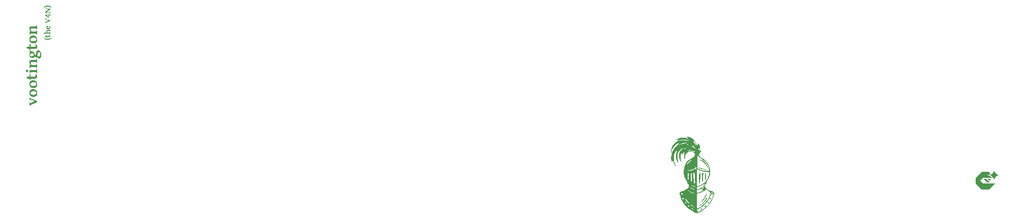
<source format=gbr>
G04 #@! TF.GenerationSoftware,KiCad,Pcbnew,(7.0.0)*
G04 #@! TF.CreationDate,2023-10-27T13:42:42+02:00*
G04 #@! TF.ProjectId,V4N plate,56344e20-706c-4617-9465-2e6b69636164,rev?*
G04 #@! TF.SameCoordinates,Original*
G04 #@! TF.FileFunction,Legend,Top*
G04 #@! TF.FilePolarity,Positive*
%FSLAX46Y46*%
G04 Gerber Fmt 4.6, Leading zero omitted, Abs format (unit mm)*
G04 Created by KiCad (PCBNEW (7.0.0)) date 2023-10-27 13:42:42*
%MOMM*%
%LPD*%
G01*
G04 APERTURE LIST*
%ADD10C,0.500000*%
%ADD11C,0.200000*%
G04 APERTURE END LIST*
D10*
G36*
X29016614Y-85477612D02*
G01*
X29021407Y-85497060D01*
X29026581Y-85516384D01*
X29032589Y-85536329D01*
X29034688Y-85542580D01*
X29042328Y-85561748D01*
X29051976Y-85579303D01*
X29053251Y-85581171D01*
X29066638Y-85595754D01*
X29077186Y-85603153D01*
X29095323Y-85612198D01*
X29109915Y-85618784D01*
X30076628Y-86007619D01*
X30095032Y-86016587D01*
X30112387Y-86028227D01*
X30128692Y-86042538D01*
X30131827Y-86045721D01*
X30145218Y-86060627D01*
X30157913Y-86076770D01*
X30169913Y-86094149D01*
X30176279Y-86104339D01*
X30186729Y-86123097D01*
X30196097Y-86142550D01*
X30204383Y-86162698D01*
X30208519Y-86174192D01*
X30215552Y-86194530D01*
X30221811Y-86214326D01*
X30227298Y-86233582D01*
X30230013Y-86244046D01*
X29109915Y-86729112D01*
X29090346Y-86738789D01*
X29073404Y-86750785D01*
X29059090Y-86765099D01*
X29052274Y-86774053D01*
X29042351Y-86791058D01*
X29034220Y-86809795D01*
X29027660Y-86828720D01*
X29021478Y-86850290D01*
X29016614Y-86870285D01*
X28916963Y-86870285D01*
X28916963Y-86247954D01*
X29016614Y-86247954D01*
X29019653Y-86270387D01*
X29022785Y-86290670D01*
X29026479Y-86311216D01*
X29030781Y-86330974D01*
X29031269Y-86332950D01*
X29036653Y-86352203D01*
X29044506Y-86371197D01*
X29048854Y-86378379D01*
X29064211Y-86390872D01*
X29073767Y-86392546D01*
X29093345Y-86389101D01*
X29109915Y-86382776D01*
X29797703Y-86087242D01*
X29109915Y-85809782D01*
X29090986Y-85803432D01*
X29075232Y-85800989D01*
X29055724Y-85806393D01*
X29050320Y-85811248D01*
X29039707Y-85828283D01*
X29033195Y-85846739D01*
X29032734Y-85848372D01*
X29027303Y-85868654D01*
X29022774Y-85888940D01*
X29018683Y-85909761D01*
X29016614Y-85921157D01*
X28916963Y-85921157D01*
X28916963Y-85477612D01*
X29016614Y-85477612D01*
G37*
G36*
X29553269Y-84080444D02*
G01*
X29575900Y-84081611D01*
X29598393Y-84083558D01*
X29620749Y-84086282D01*
X29642967Y-84089786D01*
X29665048Y-84094068D01*
X29686992Y-84099128D01*
X29708798Y-84104967D01*
X29730276Y-84111394D01*
X29751480Y-84118461D01*
X29772408Y-84126170D01*
X29793062Y-84134520D01*
X29813441Y-84143512D01*
X29833545Y-84153144D01*
X29853375Y-84163417D01*
X29872930Y-84174332D01*
X29892049Y-84185720D01*
X29910818Y-84197657D01*
X29929235Y-84210144D01*
X29947301Y-84223181D01*
X29965017Y-84236767D01*
X29982381Y-84250902D01*
X29999394Y-84265587D01*
X30016056Y-84280822D01*
X30032260Y-84296423D01*
X30047899Y-84312451D01*
X30062973Y-84328907D01*
X30077483Y-84345790D01*
X30091428Y-84363101D01*
X30104808Y-84380839D01*
X30117623Y-84399005D01*
X30129873Y-84417598D01*
X30141391Y-84436458D01*
X30152252Y-84455669D01*
X30162457Y-84475232D01*
X30172005Y-84495145D01*
X30180897Y-84515409D01*
X30189132Y-84536025D01*
X30196712Y-84556992D01*
X30203634Y-84578310D01*
X30209817Y-84599765D01*
X30215175Y-84621388D01*
X30219709Y-84643179D01*
X30223418Y-84665138D01*
X30226303Y-84687265D01*
X30228364Y-84709560D01*
X30229600Y-84732022D01*
X30230013Y-84754653D01*
X30229583Y-84780983D01*
X30228295Y-84806848D01*
X30226149Y-84832251D01*
X30223143Y-84857189D01*
X30219279Y-84881664D01*
X30214557Y-84905675D01*
X30208975Y-84929223D01*
X30202535Y-84952307D01*
X30195237Y-84974927D01*
X30187079Y-84997083D01*
X30181164Y-85011596D01*
X30171683Y-85032911D01*
X30161558Y-85053625D01*
X30150789Y-85073738D01*
X30139376Y-85093250D01*
X30127318Y-85112161D01*
X30114617Y-85130470D01*
X30101272Y-85148179D01*
X30087283Y-85165286D01*
X30072650Y-85181793D01*
X30057373Y-85197698D01*
X30046830Y-85207968D01*
X30030514Y-85222854D01*
X30013623Y-85237105D01*
X29996156Y-85250721D01*
X29978114Y-85263701D01*
X29959497Y-85276046D01*
X29940304Y-85287755D01*
X29920536Y-85298829D01*
X29900193Y-85309267D01*
X29879275Y-85319071D01*
X29857781Y-85328238D01*
X29843132Y-85333997D01*
X29820787Y-85341941D01*
X29798081Y-85349104D01*
X29775014Y-85355485D01*
X29751587Y-85361085D01*
X29727799Y-85365904D01*
X29703650Y-85369941D01*
X29679141Y-85373197D01*
X29654271Y-85375671D01*
X29629041Y-85377364D01*
X29603450Y-85378276D01*
X29586188Y-85378449D01*
X29561074Y-85378011D01*
X29536105Y-85376698D01*
X29511283Y-85374508D01*
X29486606Y-85371443D01*
X29462075Y-85367501D01*
X29437691Y-85362684D01*
X29413452Y-85356991D01*
X29389359Y-85350422D01*
X29365412Y-85342978D01*
X29341612Y-85334657D01*
X29325826Y-85328624D01*
X29302357Y-85318842D01*
X29279395Y-85308365D01*
X29256939Y-85297192D01*
X29234990Y-85285324D01*
X29213548Y-85272760D01*
X29192612Y-85259501D01*
X29172183Y-85245546D01*
X29152260Y-85230896D01*
X29132845Y-85215550D01*
X29113935Y-85199509D01*
X29101611Y-85188428D01*
X29083632Y-85171188D01*
X29066331Y-85153355D01*
X29049709Y-85134929D01*
X29033765Y-85115911D01*
X29018499Y-85096301D01*
X29003912Y-85076098D01*
X28990003Y-85055302D01*
X28976772Y-85033914D01*
X28964220Y-85011934D01*
X28952346Y-84989361D01*
X28944807Y-84973983D01*
X28934244Y-84950417D01*
X28924720Y-84926430D01*
X28916235Y-84902023D01*
X28908789Y-84877194D01*
X28902381Y-84851945D01*
X28897013Y-84826275D01*
X28892684Y-84800185D01*
X28889394Y-84773673D01*
X28887143Y-84746741D01*
X28886888Y-84740975D01*
X29073278Y-84740975D01*
X29073859Y-84761889D01*
X29075599Y-84781886D01*
X29079406Y-84805595D01*
X29085025Y-84827872D01*
X29092457Y-84848719D01*
X29101702Y-84868134D01*
X29110403Y-84882636D01*
X29122709Y-84899631D01*
X29136421Y-84915504D01*
X29151541Y-84930256D01*
X29168068Y-84943888D01*
X29186002Y-84956398D01*
X29205343Y-84967787D01*
X29213474Y-84972029D01*
X29234525Y-84981920D01*
X29256770Y-84990834D01*
X29275424Y-84997261D01*
X29294841Y-85003061D01*
X29315022Y-85008236D01*
X29335965Y-85012785D01*
X29357673Y-85016708D01*
X29368812Y-85018435D01*
X29391504Y-85021412D01*
X29414638Y-85023992D01*
X29438215Y-85026175D01*
X29462235Y-85027961D01*
X29486698Y-85029350D01*
X29511603Y-85030342D01*
X29536951Y-85030937D01*
X29562741Y-85031136D01*
X29582592Y-85030913D01*
X29602211Y-85030243D01*
X29628009Y-85028655D01*
X29653395Y-85026274D01*
X29678369Y-85023099D01*
X29702931Y-85019130D01*
X29727080Y-85014367D01*
X29750818Y-85008811D01*
X29762532Y-85005735D01*
X29785483Y-84999110D01*
X29807686Y-84991935D01*
X29829141Y-84984211D01*
X29849849Y-84975937D01*
X29869808Y-84967114D01*
X29889019Y-84957741D01*
X29907482Y-84947819D01*
X29925198Y-84937347D01*
X29941966Y-84926264D01*
X29957834Y-84914754D01*
X29976403Y-84899766D01*
X29993565Y-84884109D01*
X30009319Y-84867785D01*
X30023666Y-84850793D01*
X30034130Y-84836719D01*
X30045529Y-84818715D01*
X30054995Y-84800426D01*
X30062530Y-84781850D01*
X30068133Y-84762988D01*
X30072306Y-84739976D01*
X30073697Y-84716551D01*
X30073216Y-84696348D01*
X30071263Y-84672317D01*
X30067807Y-84649646D01*
X30062848Y-84628334D01*
X30056386Y-84608382D01*
X30048422Y-84589790D01*
X30042923Y-84579287D01*
X30032461Y-84562550D01*
X30020616Y-84546839D01*
X30007388Y-84532153D01*
X29992776Y-84518493D01*
X29976781Y-84505859D01*
X29959403Y-84494250D01*
X29952064Y-84489894D01*
X29932785Y-84479556D01*
X29912193Y-84470221D01*
X29890290Y-84461887D01*
X29867075Y-84454555D01*
X29847559Y-84449410D01*
X29827203Y-84444907D01*
X29806007Y-84441045D01*
X29783987Y-84437611D01*
X29761158Y-84434634D01*
X29737520Y-84432115D01*
X29713073Y-84430054D01*
X29687816Y-84428451D01*
X29661751Y-84427307D01*
X29641671Y-84426748D01*
X29621136Y-84426448D01*
X29607193Y-84426391D01*
X29587312Y-84426592D01*
X29567603Y-84427198D01*
X29548066Y-84428207D01*
X29522283Y-84430180D01*
X29496805Y-84432870D01*
X29471633Y-84436278D01*
X29446766Y-84440404D01*
X29422204Y-84445246D01*
X29403983Y-84449349D01*
X29380162Y-84455265D01*
X29357058Y-84461775D01*
X29334672Y-84468881D01*
X29313003Y-84476583D01*
X29292051Y-84484879D01*
X29271817Y-84493771D01*
X29252301Y-84503258D01*
X29233502Y-84513341D01*
X29215542Y-84523874D01*
X29198545Y-84534957D01*
X29182508Y-84546589D01*
X29163816Y-84561901D01*
X29146626Y-84578073D01*
X29130938Y-84595103D01*
X29116754Y-84612992D01*
X29104229Y-84631444D01*
X29093827Y-84650468D01*
X29085548Y-84670065D01*
X29079392Y-84690234D01*
X29075359Y-84710975D01*
X29073448Y-84732290D01*
X29073278Y-84740975D01*
X28886888Y-84740975D01*
X28885931Y-84719389D01*
X28885700Y-84700920D01*
X28886129Y-84674860D01*
X28887417Y-84649256D01*
X28889564Y-84624108D01*
X28892569Y-84599414D01*
X28896433Y-84575175D01*
X28901156Y-84551391D01*
X28906737Y-84528063D01*
X28913177Y-84505189D01*
X28920476Y-84482771D01*
X28928633Y-84460808D01*
X28934549Y-84446419D01*
X28944038Y-84425187D01*
X28954189Y-84404538D01*
X28965001Y-84384474D01*
X28976474Y-84364994D01*
X28988609Y-84346098D01*
X29001404Y-84327785D01*
X29014861Y-84310057D01*
X29028979Y-84292912D01*
X29043758Y-84276351D01*
X29059198Y-84260374D01*
X29069859Y-84250047D01*
X29086262Y-84234995D01*
X29103233Y-84220612D01*
X29120769Y-84206899D01*
X29138873Y-84193856D01*
X29157543Y-84181483D01*
X29176780Y-84169779D01*
X29196584Y-84158745D01*
X29216954Y-84148381D01*
X29237891Y-84138687D01*
X29259395Y-84129662D01*
X29274046Y-84124018D01*
X29296387Y-84116161D01*
X29319080Y-84109077D01*
X29342125Y-84102766D01*
X29365523Y-84097228D01*
X29389272Y-84092462D01*
X29413373Y-84088469D01*
X29437827Y-84085249D01*
X29462632Y-84082802D01*
X29487790Y-84081128D01*
X29513299Y-84080226D01*
X29530501Y-84080054D01*
X29553269Y-84080444D01*
G37*
G36*
X29553269Y-82611079D02*
G01*
X29575900Y-82612246D01*
X29598393Y-82614193D01*
X29620749Y-82616917D01*
X29642967Y-82620421D01*
X29665048Y-82624703D01*
X29686992Y-82629763D01*
X29708798Y-82635602D01*
X29730276Y-82642029D01*
X29751480Y-82649096D01*
X29772408Y-82656805D01*
X29793062Y-82665155D01*
X29813441Y-82674147D01*
X29833545Y-82683779D01*
X29853375Y-82694052D01*
X29872930Y-82704967D01*
X29892049Y-82716355D01*
X29910818Y-82728292D01*
X29929235Y-82740779D01*
X29947301Y-82753816D01*
X29965017Y-82767402D01*
X29982381Y-82781537D01*
X29999394Y-82796222D01*
X30016056Y-82811457D01*
X30032260Y-82827058D01*
X30047899Y-82843086D01*
X30062973Y-82859542D01*
X30077483Y-82876425D01*
X30091428Y-82893736D01*
X30104808Y-82911474D01*
X30117623Y-82929640D01*
X30129873Y-82948233D01*
X30141391Y-82967093D01*
X30152252Y-82986304D01*
X30162457Y-83005867D01*
X30172005Y-83025780D01*
X30180897Y-83046045D01*
X30189132Y-83066660D01*
X30196712Y-83087627D01*
X30203634Y-83108945D01*
X30209817Y-83130400D01*
X30215175Y-83152023D01*
X30219709Y-83173814D01*
X30223418Y-83195773D01*
X30226303Y-83217900D01*
X30228364Y-83240195D01*
X30229600Y-83262657D01*
X30230013Y-83285288D01*
X30229583Y-83311618D01*
X30228295Y-83337483D01*
X30226149Y-83362886D01*
X30223143Y-83387824D01*
X30219279Y-83412299D01*
X30214557Y-83436310D01*
X30208975Y-83459858D01*
X30202535Y-83482942D01*
X30195237Y-83505562D01*
X30187079Y-83527718D01*
X30181164Y-83542231D01*
X30171683Y-83563546D01*
X30161558Y-83584260D01*
X30150789Y-83604373D01*
X30139376Y-83623885D01*
X30127318Y-83642796D01*
X30114617Y-83661105D01*
X30101272Y-83678814D01*
X30087283Y-83695921D01*
X30072650Y-83712428D01*
X30057373Y-83728333D01*
X30046830Y-83738603D01*
X30030514Y-83753489D01*
X30013623Y-83767740D01*
X29996156Y-83781356D01*
X29978114Y-83794336D01*
X29959497Y-83806681D01*
X29940304Y-83818390D01*
X29920536Y-83829464D01*
X29900193Y-83839902D01*
X29879275Y-83849706D01*
X29857781Y-83858873D01*
X29843132Y-83864632D01*
X29820787Y-83872576D01*
X29798081Y-83879739D01*
X29775014Y-83886120D01*
X29751587Y-83891720D01*
X29727799Y-83896539D01*
X29703650Y-83900576D01*
X29679141Y-83903832D01*
X29654271Y-83906306D01*
X29629041Y-83907999D01*
X29603450Y-83908911D01*
X29586188Y-83909084D01*
X29561074Y-83908646D01*
X29536105Y-83907333D01*
X29511283Y-83905143D01*
X29486606Y-83902078D01*
X29462075Y-83898136D01*
X29437691Y-83893319D01*
X29413452Y-83887626D01*
X29389359Y-83881057D01*
X29365412Y-83873613D01*
X29341612Y-83865292D01*
X29325826Y-83859259D01*
X29302357Y-83849477D01*
X29279395Y-83839000D01*
X29256939Y-83827827D01*
X29234990Y-83815959D01*
X29213548Y-83803395D01*
X29192612Y-83790136D01*
X29172183Y-83776181D01*
X29152260Y-83761531D01*
X29132845Y-83746185D01*
X29113935Y-83730144D01*
X29101611Y-83719063D01*
X29083632Y-83701823D01*
X29066331Y-83683990D01*
X29049709Y-83665564D01*
X29033765Y-83646546D01*
X29018499Y-83626936D01*
X29003912Y-83606733D01*
X28990003Y-83585937D01*
X28976772Y-83564549D01*
X28964220Y-83542569D01*
X28952346Y-83519996D01*
X28944807Y-83504618D01*
X28934244Y-83481052D01*
X28924720Y-83457065D01*
X28916235Y-83432658D01*
X28908789Y-83407829D01*
X28902381Y-83382580D01*
X28897013Y-83356910D01*
X28892684Y-83330820D01*
X28889394Y-83304308D01*
X28887143Y-83277376D01*
X28886888Y-83271610D01*
X29073278Y-83271610D01*
X29073859Y-83292524D01*
X29075599Y-83312521D01*
X29079406Y-83336230D01*
X29085025Y-83358507D01*
X29092457Y-83379354D01*
X29101702Y-83398769D01*
X29110403Y-83413271D01*
X29122709Y-83430266D01*
X29136421Y-83446139D01*
X29151541Y-83460891D01*
X29168068Y-83474523D01*
X29186002Y-83487033D01*
X29205343Y-83498422D01*
X29213474Y-83502664D01*
X29234525Y-83512556D01*
X29256770Y-83521469D01*
X29275424Y-83527896D01*
X29294841Y-83533696D01*
X29315022Y-83538871D01*
X29335965Y-83543420D01*
X29357673Y-83547343D01*
X29368812Y-83549070D01*
X29391504Y-83552047D01*
X29414638Y-83554627D01*
X29438215Y-83556810D01*
X29462235Y-83558596D01*
X29486698Y-83559985D01*
X29511603Y-83560977D01*
X29536951Y-83561572D01*
X29562741Y-83561771D01*
X29582592Y-83561548D01*
X29602211Y-83560878D01*
X29628009Y-83559290D01*
X29653395Y-83556909D01*
X29678369Y-83553734D01*
X29702931Y-83549765D01*
X29727080Y-83545002D01*
X29750818Y-83539446D01*
X29762532Y-83536370D01*
X29785483Y-83529745D01*
X29807686Y-83522570D01*
X29829141Y-83514846D01*
X29849849Y-83506572D01*
X29869808Y-83497749D01*
X29889019Y-83488376D01*
X29907482Y-83478454D01*
X29925198Y-83467982D01*
X29941966Y-83456899D01*
X29957834Y-83445389D01*
X29976403Y-83430401D01*
X29993565Y-83414744D01*
X30009319Y-83398420D01*
X30023666Y-83381428D01*
X30034130Y-83367354D01*
X30045529Y-83349350D01*
X30054995Y-83331061D01*
X30062530Y-83312485D01*
X30068133Y-83293623D01*
X30072306Y-83270611D01*
X30073697Y-83247186D01*
X30073216Y-83226983D01*
X30071263Y-83202952D01*
X30067807Y-83180281D01*
X30062848Y-83158969D01*
X30056386Y-83139017D01*
X30048422Y-83120425D01*
X30042923Y-83109922D01*
X30032461Y-83093185D01*
X30020616Y-83077474D01*
X30007388Y-83062788D01*
X29992776Y-83049128D01*
X29976781Y-83036494D01*
X29959403Y-83024885D01*
X29952064Y-83020529D01*
X29932785Y-83010191D01*
X29912193Y-83000856D01*
X29890290Y-82992522D01*
X29867075Y-82985190D01*
X29847559Y-82980046D01*
X29827203Y-82975542D01*
X29806007Y-82971680D01*
X29783987Y-82968246D01*
X29761158Y-82965269D01*
X29737520Y-82962750D01*
X29713073Y-82960689D01*
X29687816Y-82959086D01*
X29661751Y-82957942D01*
X29641671Y-82957383D01*
X29621136Y-82957083D01*
X29607193Y-82957026D01*
X29587312Y-82957227D01*
X29567603Y-82957833D01*
X29548066Y-82958842D01*
X29522283Y-82960815D01*
X29496805Y-82963505D01*
X29471633Y-82966913D01*
X29446766Y-82971039D01*
X29422204Y-82975881D01*
X29403983Y-82979984D01*
X29380162Y-82985900D01*
X29357058Y-82992410D01*
X29334672Y-82999516D01*
X29313003Y-83007218D01*
X29292051Y-83015514D01*
X29271817Y-83024406D01*
X29252301Y-83033893D01*
X29233502Y-83043976D01*
X29215542Y-83054509D01*
X29198545Y-83065592D01*
X29182508Y-83077224D01*
X29163816Y-83092537D01*
X29146626Y-83108708D01*
X29130938Y-83125738D01*
X29116754Y-83143627D01*
X29104229Y-83162079D01*
X29093827Y-83181103D01*
X29085548Y-83200700D01*
X29079392Y-83220869D01*
X29075359Y-83241611D01*
X29073448Y-83262925D01*
X29073278Y-83271610D01*
X28886888Y-83271610D01*
X28885931Y-83250024D01*
X28885700Y-83231555D01*
X28886129Y-83205496D01*
X28887417Y-83179892D01*
X28889564Y-83154743D01*
X28892569Y-83130049D01*
X28896433Y-83105810D01*
X28901156Y-83082026D01*
X28906737Y-83058698D01*
X28913177Y-83035824D01*
X28920476Y-83013406D01*
X28928633Y-82991443D01*
X28934549Y-82977054D01*
X28944038Y-82955822D01*
X28954189Y-82935174D01*
X28965001Y-82915109D01*
X28976474Y-82895629D01*
X28988609Y-82876733D01*
X29001404Y-82858420D01*
X29014861Y-82840692D01*
X29028979Y-82823547D01*
X29043758Y-82806986D01*
X29059198Y-82791009D01*
X29069859Y-82780682D01*
X29086262Y-82765630D01*
X29103233Y-82751247D01*
X29120769Y-82737534D01*
X29138873Y-82724491D01*
X29157543Y-82712118D01*
X29176780Y-82700414D01*
X29196584Y-82689380D01*
X29216954Y-82679016D01*
X29237891Y-82669322D01*
X29259395Y-82660297D01*
X29274046Y-82654653D01*
X29296387Y-82646796D01*
X29319080Y-82639712D01*
X29342125Y-82633401D01*
X29365523Y-82627863D01*
X29389272Y-82623097D01*
X29413373Y-82619104D01*
X29437827Y-82615884D01*
X29462632Y-82613437D01*
X29487790Y-82611763D01*
X29513299Y-82610861D01*
X29530501Y-82610689D01*
X29553269Y-82611079D01*
G37*
G36*
X29976977Y-81517947D02*
G01*
X29993128Y-81540564D01*
X30008729Y-81562742D01*
X30023780Y-81584482D01*
X30038282Y-81605783D01*
X30052234Y-81626644D01*
X30065637Y-81647067D01*
X30078490Y-81667051D01*
X30090794Y-81686596D01*
X30102548Y-81705703D01*
X30113753Y-81724370D01*
X30124408Y-81742599D01*
X30134514Y-81760388D01*
X30144070Y-81777739D01*
X30157373Y-81802942D01*
X30169440Y-81827158D01*
X30180265Y-81850408D01*
X30190025Y-81872713D01*
X30198721Y-81894074D01*
X30206352Y-81914490D01*
X30212917Y-81933962D01*
X30220016Y-81958455D01*
X30225221Y-81981269D01*
X30228534Y-82002403D01*
X30230013Y-82026460D01*
X30229223Y-82048253D01*
X30226853Y-82069668D01*
X30222903Y-82090706D01*
X30217373Y-82111365D01*
X30210263Y-82131647D01*
X30207542Y-82138324D01*
X30198458Y-82157626D01*
X30187690Y-82175968D01*
X30175239Y-82193347D01*
X30161106Y-82209765D01*
X30145289Y-82225221D01*
X30139643Y-82230159D01*
X30121599Y-82244264D01*
X30105304Y-82255179D01*
X30087863Y-82265330D01*
X30069278Y-82274718D01*
X30049548Y-82283343D01*
X30028673Y-82291204D01*
X30024360Y-82292685D01*
X30002075Y-82299440D01*
X29978574Y-82305050D01*
X29958897Y-82308714D01*
X29938442Y-82311644D01*
X29917208Y-82313843D01*
X29895196Y-82315308D01*
X29872405Y-82316041D01*
X29860717Y-82316132D01*
X29104542Y-82316132D01*
X29104542Y-82482218D01*
X29050320Y-82522273D01*
X28916963Y-82415295D01*
X28916963Y-82316132D01*
X28624849Y-82316132D01*
X28416754Y-82038673D01*
X28462671Y-81986405D01*
X28916963Y-81986405D01*
X28916963Y-81567284D01*
X28971185Y-81517947D01*
X28988937Y-81527093D01*
X29007266Y-81537740D01*
X29024430Y-81548721D01*
X29041431Y-81560418D01*
X29058242Y-81572306D01*
X29074862Y-81584385D01*
X29078163Y-81586823D01*
X29093982Y-81598682D01*
X29109840Y-81611617D01*
X29124081Y-81624437D01*
X29137947Y-81638712D01*
X29150587Y-81654069D01*
X29152413Y-81656677D01*
X29144231Y-81675483D01*
X29137763Y-81694001D01*
X29136293Y-81698686D01*
X29130202Y-81718630D01*
X29124860Y-81738481D01*
X29120662Y-81755839D01*
X29116158Y-81775760D01*
X29112418Y-81796445D01*
X29109442Y-81817892D01*
X29108938Y-81822273D01*
X29106813Y-81842212D01*
X29105383Y-81862459D01*
X29104649Y-81883015D01*
X29104542Y-81894569D01*
X29104542Y-81986405D01*
X29732734Y-81986405D01*
X29753605Y-81986202D01*
X29773473Y-81985594D01*
X29795993Y-81984328D01*
X29817070Y-81982479D01*
X29836705Y-81980047D01*
X29848994Y-81978100D01*
X29869026Y-81974117D01*
X29889687Y-81968705D01*
X29910085Y-81961522D01*
X29925686Y-81954165D01*
X29943595Y-81942725D01*
X29958788Y-81928666D01*
X29967207Y-81917040D01*
X29975430Y-81898851D01*
X29979461Y-81879211D01*
X29979908Y-81869656D01*
X29979102Y-81849173D01*
X29976683Y-81828206D01*
X29975023Y-81818365D01*
X29970972Y-81799029D01*
X29966087Y-81779947D01*
X29960057Y-81759435D01*
X29959392Y-81757305D01*
X29952376Y-81737139D01*
X29944973Y-81718111D01*
X29936470Y-81698045D01*
X29928128Y-81679636D01*
X29918829Y-81659937D01*
X29910002Y-81641974D01*
X29900384Y-81623015D01*
X29889977Y-81603059D01*
X29880701Y-81585669D01*
X29876837Y-81578519D01*
X29976977Y-81517947D01*
G37*
G36*
X30198750Y-81407061D02*
G01*
X30099098Y-81407061D01*
X30094168Y-81384506D01*
X30089146Y-81363494D01*
X30084032Y-81344023D01*
X30077511Y-81321853D01*
X30070846Y-81302091D01*
X30062660Y-81281558D01*
X30057089Y-81269796D01*
X30047421Y-81252666D01*
X30035473Y-81236823D01*
X30017962Y-81226004D01*
X30015567Y-81225832D01*
X29312636Y-81225832D01*
X29291463Y-81225868D01*
X29271602Y-81225975D01*
X29249500Y-81226199D01*
X29229287Y-81226525D01*
X29208092Y-81227036D01*
X29199796Y-81227298D01*
X29179280Y-81228916D01*
X29159118Y-81232853D01*
X29140342Y-81239856D01*
X29132385Y-81244395D01*
X29117488Y-81257681D01*
X29106650Y-81274168D01*
X29099098Y-81292595D01*
X29097703Y-81297151D01*
X29092574Y-81317942D01*
X29088486Y-81339791D01*
X29085281Y-81361235D01*
X29082819Y-81381020D01*
X29080549Y-81402546D01*
X29080117Y-81407061D01*
X28984374Y-81407061D01*
X28981196Y-81385007D01*
X28977888Y-81363177D01*
X28974452Y-81341570D01*
X28970887Y-81320186D01*
X28967194Y-81299026D01*
X28963371Y-81278089D01*
X28959420Y-81257375D01*
X28955340Y-81236884D01*
X28951131Y-81216617D01*
X28946793Y-81196573D01*
X28943830Y-81183334D01*
X28939252Y-81163570D01*
X28934493Y-81144030D01*
X28929554Y-81124713D01*
X28924435Y-81105619D01*
X28919136Y-81086748D01*
X28911790Y-81061935D01*
X28904123Y-81037518D01*
X28896135Y-81013498D01*
X28887827Y-80989876D01*
X28885700Y-80984032D01*
X28885700Y-80896104D01*
X30015567Y-80896104D01*
X30033641Y-80885846D01*
X30046922Y-80869016D01*
X30055623Y-80855072D01*
X30064445Y-80837423D01*
X30072957Y-80815619D01*
X30079814Y-80794274D01*
X30085146Y-80775120D01*
X30090340Y-80754119D01*
X30095396Y-80731271D01*
X30099098Y-80712922D01*
X30198750Y-80712922D01*
X30198750Y-81407061D01*
G37*
G36*
X28480257Y-80843837D02*
G01*
X28501207Y-80844701D01*
X28521316Y-80847296D01*
X28540584Y-80851620D01*
X28561573Y-80858680D01*
X28569161Y-80861910D01*
X28588487Y-80871528D01*
X28606408Y-80882793D01*
X28622925Y-80895708D01*
X28638038Y-80910271D01*
X28651624Y-80926360D01*
X28663561Y-80943854D01*
X28673850Y-80962752D01*
X28682490Y-80983055D01*
X28688581Y-81001785D01*
X28693176Y-81021216D01*
X28696274Y-81041348D01*
X28697877Y-81062182D01*
X28698121Y-81074402D01*
X28697387Y-81095761D01*
X28695185Y-81116425D01*
X28691514Y-81136393D01*
X28688840Y-81147186D01*
X28681990Y-81167699D01*
X28673041Y-81186494D01*
X28661993Y-81203572D01*
X28659531Y-81206781D01*
X28646107Y-81221655D01*
X28630871Y-81234526D01*
X28613821Y-81245393D01*
X28610194Y-81247326D01*
X28590683Y-81255311D01*
X28571084Y-81259970D01*
X28549553Y-81262232D01*
X28539364Y-81262469D01*
X28518413Y-81261627D01*
X28498304Y-81259103D01*
X28479037Y-81254895D01*
X28458047Y-81248026D01*
X28450459Y-81244883D01*
X28431195Y-81235052D01*
X28413456Y-81223634D01*
X28397245Y-81210628D01*
X28382560Y-81196035D01*
X28369187Y-81179945D01*
X28357403Y-81162451D01*
X28347206Y-81143553D01*
X28338596Y-81123250D01*
X28332505Y-81104591D01*
X28327910Y-81085370D01*
X28324812Y-81065588D01*
X28323209Y-81045245D01*
X28322964Y-81033369D01*
X28323699Y-81012718D01*
X28325901Y-80992531D01*
X28329572Y-80972807D01*
X28332246Y-80962050D01*
X28338278Y-80943237D01*
X28346884Y-80923964D01*
X28357493Y-80906409D01*
X28361066Y-80901478D01*
X28373975Y-80886299D01*
X28388887Y-80873123D01*
X28405803Y-80861951D01*
X28409426Y-80859957D01*
X28428937Y-80851456D01*
X28448536Y-80846497D01*
X28470067Y-80844088D01*
X28480257Y-80843837D01*
G37*
G36*
X30198750Y-79742301D02*
G01*
X30099098Y-79742301D01*
X30092733Y-79718533D01*
X30086581Y-79696567D01*
X30080643Y-79676402D01*
X30073521Y-79653728D01*
X30066732Y-79633869D01*
X30059027Y-79613753D01*
X30054158Y-79602594D01*
X30044419Y-79584429D01*
X30032330Y-79569021D01*
X30015567Y-79561073D01*
X29395191Y-79561073D01*
X29372443Y-79561264D01*
X29350912Y-79561836D01*
X29330597Y-79562790D01*
X29307826Y-79564439D01*
X29286805Y-79566637D01*
X29270627Y-79568889D01*
X29249596Y-79572539D01*
X29230529Y-79577077D01*
X29211142Y-79583351D01*
X29192397Y-79591796D01*
X29190515Y-79592825D01*
X29173351Y-79604045D01*
X29158548Y-79619031D01*
X29148017Y-79636788D01*
X29141064Y-79657211D01*
X29137248Y-79678583D01*
X29135852Y-79700101D01*
X29135805Y-79705176D01*
X29136663Y-79726319D01*
X29138904Y-79745999D01*
X29142537Y-79766298D01*
X29144597Y-79775518D01*
X29149788Y-79794569D01*
X29156565Y-79814597D01*
X29163798Y-79832923D01*
X29172246Y-79851997D01*
X29174883Y-79857584D01*
X29184844Y-79877499D01*
X29194610Y-79895314D01*
X29205510Y-79913815D01*
X29217543Y-79933003D01*
X29228436Y-79949518D01*
X29233013Y-79956258D01*
X29244939Y-79973489D01*
X29257819Y-79991292D01*
X29271653Y-80009667D01*
X29286441Y-80028615D01*
X29298959Y-80044185D01*
X29312087Y-80060122D01*
X29325826Y-80076425D01*
X30015567Y-80076425D01*
X30033800Y-80067450D01*
X30047166Y-80050047D01*
X30056693Y-80032416D01*
X30058066Y-80029531D01*
X30066206Y-80010468D01*
X30074140Y-79988452D01*
X30080594Y-79967849D01*
X30086905Y-79945195D01*
X30091851Y-79925594D01*
X30096706Y-79904681D01*
X30099098Y-79893732D01*
X30198750Y-79893732D01*
X30198750Y-80587382D01*
X30099098Y-80587382D01*
X30093313Y-80565384D01*
X30087680Y-80544822D01*
X30082200Y-80525695D01*
X30075564Y-80503804D01*
X30069167Y-80484155D01*
X30061806Y-80463535D01*
X30057089Y-80451583D01*
X30048757Y-80433881D01*
X30037427Y-80417511D01*
X30019834Y-80406553D01*
X30015567Y-80406153D01*
X29256461Y-80406153D01*
X29234218Y-80406247D01*
X29214079Y-80406527D01*
X29193639Y-80407077D01*
X29173928Y-80407987D01*
X29171953Y-80408107D01*
X29151797Y-80411182D01*
X29133628Y-80418487D01*
X29122616Y-80426670D01*
X29110434Y-80442011D01*
X29101681Y-80461143D01*
X29096237Y-80480403D01*
X29092116Y-80501011D01*
X29088559Y-80522399D01*
X29085548Y-80543225D01*
X29082572Y-80566351D01*
X29080117Y-80587382D01*
X28984374Y-80587382D01*
X28982165Y-80567000D01*
X28979814Y-80547072D01*
X28977319Y-80527597D01*
X28974136Y-80504825D01*
X28970747Y-80482706D01*
X28967766Y-80464772D01*
X28964050Y-80443511D01*
X28960232Y-80422594D01*
X28956311Y-80402020D01*
X28952287Y-80381790D01*
X28948159Y-80361903D01*
X28946761Y-80355351D01*
X28942244Y-80335853D01*
X28937487Y-80316562D01*
X28932490Y-80297477D01*
X28927252Y-80278598D01*
X28920837Y-80256832D01*
X28919894Y-80253746D01*
X28914078Y-80235078D01*
X28907987Y-80216445D01*
X28901622Y-80197847D01*
X28894981Y-80179282D01*
X28888066Y-80160752D01*
X28885700Y-80154583D01*
X28943341Y-80096942D01*
X29140201Y-80081799D01*
X29123409Y-80061794D01*
X29107228Y-80041957D01*
X29091658Y-80022288D01*
X29076698Y-80002786D01*
X29062349Y-79983453D01*
X29048610Y-79964287D01*
X29035482Y-79945290D01*
X29022964Y-79926460D01*
X29011058Y-79907799D01*
X28999761Y-79889305D01*
X28989076Y-79870979D01*
X28979001Y-79852821D01*
X28969536Y-79834831D01*
X28960683Y-79817009D01*
X28948547Y-79790591D01*
X28944807Y-79781869D01*
X28934244Y-79755961D01*
X28924720Y-79730629D01*
X28916235Y-79705872D01*
X28908789Y-79681691D01*
X28902381Y-79658085D01*
X28897013Y-79635054D01*
X28892684Y-79612598D01*
X28889394Y-79590718D01*
X28887143Y-79569413D01*
X28885931Y-79548683D01*
X28885700Y-79535183D01*
X28886353Y-79513173D01*
X28888310Y-79491472D01*
X28891573Y-79470079D01*
X28896141Y-79448996D01*
X28902015Y-79428222D01*
X28904262Y-79421366D01*
X28912030Y-79401130D01*
X28921413Y-79381822D01*
X28932409Y-79363441D01*
X28945020Y-79345987D01*
X28959246Y-79329460D01*
X28964346Y-79324158D01*
X28980827Y-79308988D01*
X28999128Y-79294986D01*
X29015769Y-79284210D01*
X29033675Y-79274244D01*
X29052845Y-79265090D01*
X29073278Y-79256746D01*
X29094895Y-79249429D01*
X29117920Y-79243351D01*
X29137352Y-79239382D01*
X29157685Y-79236207D01*
X29178919Y-79233826D01*
X29201054Y-79232238D01*
X29224089Y-79231444D01*
X29235944Y-79231345D01*
X30015567Y-79231345D01*
X30033550Y-79223552D01*
X30034130Y-79223041D01*
X30046091Y-79206882D01*
X30052692Y-79194220D01*
X30060636Y-79175052D01*
X30067988Y-79154928D01*
X30073697Y-79138044D01*
X30079681Y-79119085D01*
X30085909Y-79097867D01*
X30091559Y-79077447D01*
X30097396Y-79055298D01*
X30099098Y-79048652D01*
X30198750Y-79048652D01*
X30198750Y-79742301D01*
G37*
G36*
X28955393Y-77581716D02*
G01*
X28972650Y-77588568D01*
X28990789Y-77596542D01*
X29009302Y-77605077D01*
X29014660Y-77607619D01*
X29033467Y-77616875D01*
X29050930Y-77625973D01*
X29057647Y-77629601D01*
X29075185Y-77639952D01*
X29092108Y-77651251D01*
X29095260Y-77653536D01*
X29098753Y-77674123D01*
X29101966Y-77694850D01*
X29104897Y-77715717D01*
X29107549Y-77736724D01*
X29108938Y-77748791D01*
X29111172Y-77770202D01*
X29113172Y-77792549D01*
X29114701Y-77812447D01*
X29116057Y-77833032D01*
X29117242Y-77854304D01*
X29135148Y-77843960D01*
X29153329Y-77834543D01*
X29171785Y-77826054D01*
X29190515Y-77818492D01*
X29209520Y-77811857D01*
X29215916Y-77809852D01*
X29235139Y-77804374D01*
X29254705Y-77800029D01*
X29274615Y-77796817D01*
X29294868Y-77794739D01*
X29315464Y-77793795D01*
X29322406Y-77793732D01*
X29348258Y-77794465D01*
X29373545Y-77796663D01*
X29398266Y-77800326D01*
X29422424Y-77805455D01*
X29446016Y-77812050D01*
X29469043Y-77820110D01*
X29491506Y-77829636D01*
X29513404Y-77840626D01*
X29534523Y-77852839D01*
X29554895Y-77866028D01*
X29574518Y-77880194D01*
X29593394Y-77895337D01*
X29611521Y-77911457D01*
X29628900Y-77928554D01*
X29645532Y-77946628D01*
X29661415Y-77965679D01*
X29676383Y-77985607D01*
X29690511Y-78006315D01*
X29703799Y-78027800D01*
X29716248Y-78050065D01*
X29727857Y-78073107D01*
X29736013Y-78090900D01*
X29743696Y-78109131D01*
X29750908Y-78127800D01*
X29757647Y-78146907D01*
X29763845Y-78166331D01*
X29769434Y-78185953D01*
X29774412Y-78205773D01*
X29778782Y-78225790D01*
X29782541Y-78246004D01*
X29785691Y-78266416D01*
X29788231Y-78287026D01*
X29790162Y-78307833D01*
X29791483Y-78328837D01*
X29792194Y-78350039D01*
X29792329Y-78364283D01*
X29792329Y-78377961D01*
X29807001Y-78393376D01*
X29823441Y-78409450D01*
X29838611Y-78422880D01*
X29854703Y-78435205D01*
X29870976Y-78444883D01*
X29888922Y-78452949D01*
X29907955Y-78458994D01*
X29909077Y-78459049D01*
X29928159Y-78453981D01*
X29933502Y-78450745D01*
X29945958Y-78435580D01*
X29954751Y-78417239D01*
X29956949Y-78411666D01*
X29963621Y-78391608D01*
X29968917Y-78372587D01*
X29974307Y-78350575D01*
X29979001Y-78329326D01*
X29981373Y-78317877D01*
X29985237Y-78297252D01*
X29989197Y-78274457D01*
X29992433Y-78254658D01*
X29995730Y-78233470D01*
X29999089Y-78210893D01*
X30002508Y-78186927D01*
X30005988Y-78161571D01*
X30007752Y-78148372D01*
X30010352Y-78128499D01*
X30013026Y-78109057D01*
X30017172Y-78080702D01*
X30021481Y-78053318D01*
X30025953Y-78026904D01*
X30030588Y-78001460D01*
X30035387Y-77976987D01*
X30040348Y-77953484D01*
X30045473Y-77930951D01*
X30050761Y-77909388D01*
X30056212Y-77888796D01*
X30058066Y-77882148D01*
X30063760Y-77862655D01*
X30069669Y-77843926D01*
X30077882Y-77820143D01*
X30086476Y-77797718D01*
X30095452Y-77776652D01*
X30104810Y-77756945D01*
X30114549Y-77738596D01*
X30124669Y-77721606D01*
X30129873Y-77713620D01*
X30143158Y-77695011D01*
X30157064Y-77678262D01*
X30171590Y-77663374D01*
X30186736Y-77650346D01*
X30205730Y-77637168D01*
X30225616Y-77626670D01*
X30246430Y-77618203D01*
X30268206Y-77611489D01*
X30290944Y-77606525D01*
X30310626Y-77603728D01*
X30330976Y-77602146D01*
X30347738Y-77601757D01*
X30368181Y-77602484D01*
X30388601Y-77604667D01*
X30408996Y-77608304D01*
X30429368Y-77613397D01*
X30449716Y-77619944D01*
X30470040Y-77627946D01*
X30478163Y-77631555D01*
X30498487Y-77641274D01*
X30518549Y-77652115D01*
X30538349Y-77664077D01*
X30557886Y-77677159D01*
X30577160Y-77691363D01*
X30596173Y-77706688D01*
X30603704Y-77713132D01*
X30618702Y-77726481D01*
X30633410Y-77740395D01*
X30647828Y-77754874D01*
X30661956Y-77769918D01*
X30675794Y-77785527D01*
X30689342Y-77801700D01*
X30702600Y-77818439D01*
X30715567Y-77835742D01*
X30728299Y-77853388D01*
X30740602Y-77871401D01*
X30752479Y-77889780D01*
X30763927Y-77908526D01*
X30774949Y-77927638D01*
X30785543Y-77947116D01*
X30795710Y-77966961D01*
X30805449Y-77987172D01*
X30814715Y-78007681D01*
X30823462Y-78028419D01*
X30831690Y-78049385D01*
X30839398Y-78070581D01*
X30846588Y-78092006D01*
X30853259Y-78113659D01*
X30859411Y-78135542D01*
X30865044Y-78157654D01*
X30870081Y-78179750D01*
X30874447Y-78201831D01*
X30878142Y-78223897D01*
X30881164Y-78245947D01*
X30883515Y-78267983D01*
X30885194Y-78290003D01*
X30886202Y-78312008D01*
X30886537Y-78333997D01*
X30886311Y-78356439D01*
X30885631Y-78379191D01*
X30884498Y-78402254D01*
X30882912Y-78425626D01*
X30880873Y-78449309D01*
X30878380Y-78473301D01*
X30877256Y-78482985D01*
X30874246Y-78507197D01*
X30870711Y-78531290D01*
X30866652Y-78555263D01*
X30862067Y-78579118D01*
X30856958Y-78602853D01*
X30851324Y-78626468D01*
X30848924Y-78635881D01*
X30842708Y-78659058D01*
X30835968Y-78681877D01*
X30828702Y-78704338D01*
X30820912Y-78726442D01*
X30812598Y-78748188D01*
X30803758Y-78769576D01*
X30800075Y-78778031D01*
X30790606Y-78798550D01*
X30780517Y-78818283D01*
X30769807Y-78837228D01*
X30758478Y-78855387D01*
X30746528Y-78872758D01*
X30733958Y-78889342D01*
X30728756Y-78895756D01*
X30715342Y-78911130D01*
X30701355Y-78925504D01*
X30686796Y-78938875D01*
X30671665Y-78951244D01*
X30652751Y-78964766D01*
X30633013Y-78976844D01*
X30612434Y-78987137D01*
X30590996Y-78995300D01*
X30568699Y-79001333D01*
X30545544Y-79005237D01*
X30525592Y-79006864D01*
X30513334Y-79007130D01*
X30491772Y-79005747D01*
X30472040Y-79002136D01*
X30451999Y-78996284D01*
X30442992Y-78992964D01*
X30424857Y-78984141D01*
X30406112Y-78972326D01*
X30389208Y-78959533D01*
X30374348Y-78946745D01*
X30366789Y-78939719D01*
X30351327Y-78924269D01*
X30338049Y-78909898D01*
X30324412Y-78894168D01*
X30310419Y-78877078D01*
X30296067Y-78858629D01*
X30284328Y-78842890D01*
X30278373Y-78834695D01*
X30266367Y-78817468D01*
X30254040Y-78799005D01*
X30241393Y-78779305D01*
X30228425Y-78758369D01*
X30215137Y-78736196D01*
X30204960Y-78718755D01*
X30194603Y-78700619D01*
X30184066Y-78681787D01*
X30173348Y-78662259D01*
X30165254Y-78681188D01*
X30152984Y-78707292D01*
X30140559Y-78730647D01*
X30127979Y-78751255D01*
X30115245Y-78769116D01*
X30102357Y-78784228D01*
X30084931Y-78800104D01*
X30067231Y-78811095D01*
X30044720Y-78817964D01*
X30035595Y-78818575D01*
X30015159Y-78814556D01*
X29996170Y-78806656D01*
X29994562Y-78805874D01*
X29977313Y-78796057D01*
X29960483Y-78784529D01*
X29944485Y-78772141D01*
X29933990Y-78763376D01*
X29918466Y-78749475D01*
X29902241Y-78733844D01*
X29887775Y-78719069D01*
X29872794Y-78703023D01*
X29857298Y-78685707D01*
X29844027Y-78670105D01*
X29830469Y-78653526D01*
X29816626Y-78635968D01*
X29802496Y-78617433D01*
X29788080Y-78597920D01*
X29776341Y-78581605D01*
X29767417Y-78568959D01*
X29762036Y-78587926D01*
X29754601Y-78611055D01*
X29746379Y-78633540D01*
X29737370Y-78655381D01*
X29727575Y-78676578D01*
X29716991Y-78697131D01*
X29710264Y-78709154D01*
X29698340Y-78728405D01*
X29685773Y-78746773D01*
X29672561Y-78764259D01*
X29658706Y-78780862D01*
X29644206Y-78796583D01*
X29629063Y-78811421D01*
X29622825Y-78817109D01*
X29606663Y-78830524D01*
X29589928Y-78842984D01*
X29572622Y-78854490D01*
X29554742Y-78865042D01*
X29536290Y-78874640D01*
X29517266Y-78883284D01*
X29509496Y-78886474D01*
X29489578Y-78893511D01*
X29469206Y-78899354D01*
X29448381Y-78904005D01*
X29427102Y-78907464D01*
X29405371Y-78909730D01*
X29383186Y-78910803D01*
X29374186Y-78910899D01*
X29349433Y-78910128D01*
X29325001Y-78907815D01*
X29300890Y-78903961D01*
X29277099Y-78898564D01*
X29253629Y-78891626D01*
X29230479Y-78883147D01*
X29207650Y-78873125D01*
X29185142Y-78861562D01*
X29163160Y-78848601D01*
X29141911Y-78834634D01*
X29121394Y-78819659D01*
X29101611Y-78803676D01*
X29082560Y-78786686D01*
X29064241Y-78768688D01*
X29046656Y-78749683D01*
X29033948Y-78734768D01*
X29029803Y-78729670D01*
X29017592Y-78713960D01*
X29005869Y-78697785D01*
X28994637Y-78681147D01*
X28983893Y-78664045D01*
X28973639Y-78646480D01*
X28963875Y-78628451D01*
X28954600Y-78609958D01*
X28945814Y-78591002D01*
X28937518Y-78571581D01*
X28929711Y-78551698D01*
X28924779Y-78538184D01*
X28917795Y-78517577D01*
X28911498Y-78496791D01*
X28905888Y-78475823D01*
X28900965Y-78454676D01*
X28896729Y-78433348D01*
X28893180Y-78411840D01*
X28890837Y-78394081D01*
X29010752Y-78394081D01*
X29012066Y-78413667D01*
X29016007Y-78433408D01*
X29022576Y-78453303D01*
X29027361Y-78464423D01*
X29036734Y-78481825D01*
X29048244Y-78498372D01*
X29061891Y-78514065D01*
X29077675Y-78528903D01*
X29093072Y-78541021D01*
X29110199Y-78552157D01*
X29129056Y-78562312D01*
X29149643Y-78571485D01*
X29162183Y-78576286D01*
X29181852Y-78582594D01*
X29202758Y-78587597D01*
X29224900Y-78591295D01*
X29248278Y-78593688D01*
X29268705Y-78594685D01*
X29281373Y-78594848D01*
X29303916Y-78594443D01*
X29326053Y-78593226D01*
X29347784Y-78591199D01*
X29369110Y-78588361D01*
X29390030Y-78584711D01*
X29410545Y-78580251D01*
X29418638Y-78578240D01*
X29438394Y-78572608D01*
X29457364Y-78566095D01*
X29475546Y-78558698D01*
X29496326Y-78548657D01*
X29515972Y-78537346D01*
X29531478Y-78526949D01*
X29548743Y-78513124D01*
X29564634Y-78498029D01*
X29566279Y-78496174D01*
X30234897Y-78496174D01*
X30248398Y-78515222D01*
X30261421Y-78532982D01*
X30273967Y-78549455D01*
X30288392Y-78567521D01*
X30302131Y-78583732D01*
X30313055Y-78595825D01*
X30327735Y-78610775D01*
X30343824Y-78625743D01*
X30359181Y-78638451D01*
X30375581Y-78650047D01*
X30392716Y-78659798D01*
X30411767Y-78668224D01*
X30426384Y-78672518D01*
X30446005Y-78675857D01*
X30465991Y-78677360D01*
X30469859Y-78677402D01*
X30489547Y-78675790D01*
X30508862Y-78670951D01*
X30527802Y-78662887D01*
X30546368Y-78651597D01*
X30556810Y-78643697D01*
X30572185Y-78630164D01*
X30586806Y-78614846D01*
X30600670Y-78597741D01*
X30613779Y-78578850D01*
X30624126Y-78561744D01*
X30630082Y-78550885D01*
X30639683Y-78531901D01*
X30648639Y-78511892D01*
X30656951Y-78490857D01*
X30664620Y-78468796D01*
X30671644Y-78445710D01*
X30676800Y-78426503D01*
X30680396Y-78411666D01*
X30684747Y-78391318D01*
X30688517Y-78370572D01*
X30691708Y-78349430D01*
X30694318Y-78327891D01*
X30696349Y-78305955D01*
X30697799Y-78283622D01*
X30698669Y-78260892D01*
X30698959Y-78237765D01*
X30698646Y-78217837D01*
X30697375Y-78193892D01*
X30695125Y-78171020D01*
X30691898Y-78149222D01*
X30687693Y-78128497D01*
X30682510Y-78108846D01*
X30678931Y-78097570D01*
X30671071Y-78076109D01*
X30662147Y-78056056D01*
X30652158Y-78037412D01*
X30641104Y-78020175D01*
X30628985Y-78004347D01*
X30624709Y-77999384D01*
X30609282Y-77983246D01*
X30592919Y-77969024D01*
X30575622Y-77956719D01*
X30557390Y-77946330D01*
X30546551Y-77941255D01*
X30527130Y-77933641D01*
X30507335Y-77927897D01*
X30487166Y-77924024D01*
X30466623Y-77922020D01*
X30454716Y-77921715D01*
X30434932Y-77923501D01*
X30415149Y-77928859D01*
X30401960Y-77934416D01*
X30384449Y-77945755D01*
X30369031Y-77961173D01*
X30357040Y-77977011D01*
X30352622Y-77983753D01*
X30342718Y-78001444D01*
X30333095Y-78022034D01*
X30325069Y-78041989D01*
X30317249Y-78064074D01*
X30310890Y-78084105D01*
X30309636Y-78088289D01*
X30303532Y-78110216D01*
X30298872Y-78129217D01*
X30294411Y-78149516D01*
X30290148Y-78171112D01*
X30286084Y-78194006D01*
X30282218Y-78218198D01*
X30278551Y-78243687D01*
X30275930Y-78263655D01*
X30273264Y-78284072D01*
X30270454Y-78304108D01*
X30267501Y-78323762D01*
X30263769Y-78346843D01*
X30259830Y-78369374D01*
X30256391Y-78387730D01*
X30252361Y-78409106D01*
X30248331Y-78430000D01*
X30244301Y-78450413D01*
X30240271Y-78470346D01*
X30236241Y-78489797D01*
X30234897Y-78496174D01*
X29566279Y-78496174D01*
X29579151Y-78481663D01*
X29592295Y-78464026D01*
X29604064Y-78445118D01*
X29607682Y-78438533D01*
X29617310Y-78417662D01*
X29623812Y-78399167D01*
X29628931Y-78379670D01*
X29632666Y-78359172D01*
X29635018Y-78337672D01*
X29635986Y-78315170D01*
X29636014Y-78310550D01*
X29634976Y-78290766D01*
X29631862Y-78271471D01*
X29625877Y-78250348D01*
X29619405Y-78234346D01*
X29610063Y-78216608D01*
X29598645Y-78200030D01*
X29585150Y-78184612D01*
X29569580Y-78170354D01*
X29551689Y-78157348D01*
X29534332Y-78147070D01*
X29515385Y-78137820D01*
X29494848Y-78129599D01*
X29485560Y-78126391D01*
X29466057Y-78120746D01*
X29445283Y-78116270D01*
X29423238Y-78112961D01*
X29399923Y-78110820D01*
X29379522Y-78109928D01*
X29366858Y-78109782D01*
X29343894Y-78110235D01*
X29321406Y-78111595D01*
X29299396Y-78113861D01*
X29277862Y-78117033D01*
X29256806Y-78121112D01*
X29236227Y-78126097D01*
X29228128Y-78128345D01*
X29208384Y-78134563D01*
X29189450Y-78141616D01*
X29171328Y-78149504D01*
X29150651Y-78160071D01*
X29131142Y-78171840D01*
X29115777Y-78182566D01*
X29098346Y-78196557D01*
X29082323Y-78211784D01*
X29067709Y-78228248D01*
X29054502Y-78245947D01*
X29042704Y-78264884D01*
X29039084Y-78271471D01*
X29029456Y-78291856D01*
X29021820Y-78313442D01*
X29016175Y-78336231D01*
X29012993Y-78356141D01*
X29011195Y-78376885D01*
X29010752Y-78394081D01*
X28890837Y-78394081D01*
X28890318Y-78390151D01*
X28888142Y-78368283D01*
X28886654Y-78346233D01*
X28885853Y-78324004D01*
X28885700Y-78309084D01*
X28886112Y-78285584D01*
X28887349Y-78262464D01*
X28889409Y-78239727D01*
X28892295Y-78217371D01*
X28896004Y-78195397D01*
X28900538Y-78173804D01*
X28905896Y-78152593D01*
X28912078Y-78131764D01*
X28918833Y-78111385D01*
X28926153Y-78091525D01*
X28934037Y-78072184D01*
X28942486Y-78053362D01*
X28951501Y-78035059D01*
X28961079Y-78017275D01*
X28971223Y-78000010D01*
X28981932Y-77983264D01*
X28978959Y-77961114D01*
X28975721Y-77939358D01*
X28972216Y-77917997D01*
X28968445Y-77897031D01*
X28964408Y-77876461D01*
X28960104Y-77856285D01*
X28955535Y-77836504D01*
X28950699Y-77817118D01*
X28945597Y-77798127D01*
X28938381Y-77773421D01*
X28936502Y-77767354D01*
X28929084Y-77743693D01*
X28921970Y-77721314D01*
X28915162Y-77700217D01*
X28908659Y-77680403D01*
X28902461Y-77661871D01*
X28895143Y-77640510D01*
X28888303Y-77621151D01*
X28885700Y-77613969D01*
X28936502Y-77575379D01*
X28955393Y-77581716D01*
G37*
G36*
X29976977Y-76568610D02*
G01*
X29993128Y-76591227D01*
X30008729Y-76613405D01*
X30023780Y-76635145D01*
X30038282Y-76656446D01*
X30052234Y-76677307D01*
X30065637Y-76697730D01*
X30078490Y-76717714D01*
X30090794Y-76737259D01*
X30102548Y-76756366D01*
X30113753Y-76775033D01*
X30124408Y-76793262D01*
X30134514Y-76811051D01*
X30144070Y-76828402D01*
X30157373Y-76853605D01*
X30169440Y-76877821D01*
X30180265Y-76901071D01*
X30190025Y-76923376D01*
X30198721Y-76944737D01*
X30206352Y-76965153D01*
X30212917Y-76984625D01*
X30220016Y-77009118D01*
X30225221Y-77031932D01*
X30228534Y-77053066D01*
X30230013Y-77077123D01*
X30229223Y-77098916D01*
X30226853Y-77120331D01*
X30222903Y-77141369D01*
X30217373Y-77162028D01*
X30210263Y-77182310D01*
X30207542Y-77188987D01*
X30198458Y-77208289D01*
X30187690Y-77226630D01*
X30175239Y-77244010D01*
X30161106Y-77260428D01*
X30145289Y-77275884D01*
X30139643Y-77280822D01*
X30121599Y-77294927D01*
X30105304Y-77305841D01*
X30087863Y-77315993D01*
X30069278Y-77325381D01*
X30049548Y-77334006D01*
X30028673Y-77341867D01*
X30024360Y-77343348D01*
X30002075Y-77350103D01*
X29978574Y-77355713D01*
X29958897Y-77359376D01*
X29938442Y-77362307D01*
X29917208Y-77364506D01*
X29895196Y-77365971D01*
X29872405Y-77366704D01*
X29860717Y-77366795D01*
X29104542Y-77366795D01*
X29104542Y-77532880D01*
X29050320Y-77572936D01*
X28916963Y-77465958D01*
X28916963Y-77366795D01*
X28624849Y-77366795D01*
X28416754Y-77089335D01*
X28462671Y-77037068D01*
X28916963Y-77037068D01*
X28916963Y-76617947D01*
X28971185Y-76568610D01*
X28988937Y-76577756D01*
X29007266Y-76588403D01*
X29024430Y-76599384D01*
X29041431Y-76611081D01*
X29058242Y-76622969D01*
X29074862Y-76635048D01*
X29078163Y-76637486D01*
X29093982Y-76649345D01*
X29109840Y-76662280D01*
X29124081Y-76675100D01*
X29137947Y-76689375D01*
X29150587Y-76704732D01*
X29152413Y-76707340D01*
X29144231Y-76726146D01*
X29137763Y-76744664D01*
X29136293Y-76749349D01*
X29130202Y-76769293D01*
X29124860Y-76789144D01*
X29120662Y-76806502D01*
X29116158Y-76826423D01*
X29112418Y-76847108D01*
X29109442Y-76868555D01*
X29108938Y-76872936D01*
X29106813Y-76892875D01*
X29105383Y-76913122D01*
X29104649Y-76933678D01*
X29104542Y-76945232D01*
X29104542Y-77037068D01*
X29732734Y-77037068D01*
X29753605Y-77036865D01*
X29773473Y-77036257D01*
X29795993Y-77034991D01*
X29817070Y-77033142D01*
X29836705Y-77030710D01*
X29848994Y-77028763D01*
X29869026Y-77024780D01*
X29889687Y-77019368D01*
X29910085Y-77012185D01*
X29925686Y-77004827D01*
X29943595Y-76993388D01*
X29958788Y-76979329D01*
X29967207Y-76967703D01*
X29975430Y-76949514D01*
X29979461Y-76929874D01*
X29979908Y-76920319D01*
X29979102Y-76899836D01*
X29976683Y-76878869D01*
X29975023Y-76869028D01*
X29970972Y-76849692D01*
X29966087Y-76830610D01*
X29960057Y-76810098D01*
X29959392Y-76807968D01*
X29952376Y-76787802D01*
X29944973Y-76768774D01*
X29936470Y-76748708D01*
X29928128Y-76730298D01*
X29918829Y-76710600D01*
X29910002Y-76692637D01*
X29900384Y-76673678D01*
X29889977Y-76653722D01*
X29880701Y-76636332D01*
X29876837Y-76629182D01*
X29976977Y-76568610D01*
G37*
G36*
X29553269Y-75156787D02*
G01*
X29575900Y-75157955D01*
X29598393Y-75159901D01*
X29620749Y-75162626D01*
X29642967Y-75166129D01*
X29665048Y-75170411D01*
X29686992Y-75175471D01*
X29708798Y-75181310D01*
X29730276Y-75187737D01*
X29751480Y-75194805D01*
X29772408Y-75202514D01*
X29793062Y-75210864D01*
X29813441Y-75219855D01*
X29833545Y-75229487D01*
X29853375Y-75239761D01*
X29872930Y-75250675D01*
X29892049Y-75262063D01*
X29910818Y-75274001D01*
X29929235Y-75286487D01*
X29947301Y-75299524D01*
X29965017Y-75313110D01*
X29982381Y-75327245D01*
X29999394Y-75341931D01*
X30016056Y-75357165D01*
X30032260Y-75372766D01*
X30047899Y-75388795D01*
X30062973Y-75405251D01*
X30077483Y-75422134D01*
X30091428Y-75439445D01*
X30104808Y-75457183D01*
X30117623Y-75475348D01*
X30129873Y-75493941D01*
X30141391Y-75512801D01*
X30152252Y-75532013D01*
X30162457Y-75551575D01*
X30172005Y-75571488D01*
X30180897Y-75591753D01*
X30189132Y-75612368D01*
X30196712Y-75633335D01*
X30203634Y-75654653D01*
X30209817Y-75676108D01*
X30215175Y-75697731D01*
X30219709Y-75719522D01*
X30223418Y-75741481D01*
X30226303Y-75763608D01*
X30228364Y-75785903D01*
X30229600Y-75808366D01*
X30230013Y-75830996D01*
X30229583Y-75857326D01*
X30228295Y-75883192D01*
X30226149Y-75908594D01*
X30223143Y-75933533D01*
X30219279Y-75958007D01*
X30214557Y-75982019D01*
X30208975Y-76005566D01*
X30202535Y-76028650D01*
X30195237Y-76051270D01*
X30187079Y-76073426D01*
X30181164Y-76087940D01*
X30171683Y-76109255D01*
X30161558Y-76129969D01*
X30150789Y-76150081D01*
X30139376Y-76169593D01*
X30127318Y-76188504D01*
X30114617Y-76206814D01*
X30101272Y-76224522D01*
X30087283Y-76241630D01*
X30072650Y-76258136D01*
X30057373Y-76274041D01*
X30046830Y-76284311D01*
X30030514Y-76299197D01*
X30013623Y-76313448D01*
X29996156Y-76327064D01*
X29978114Y-76340044D01*
X29959497Y-76352389D01*
X29940304Y-76364098D01*
X29920536Y-76375172D01*
X29900193Y-76385611D01*
X29879275Y-76395414D01*
X29857781Y-76404582D01*
X29843132Y-76410340D01*
X29820787Y-76418284D01*
X29798081Y-76425447D01*
X29775014Y-76431828D01*
X29751587Y-76437428D01*
X29727799Y-76442247D01*
X29703650Y-76446284D01*
X29679141Y-76449540D01*
X29654271Y-76452014D01*
X29629041Y-76453707D01*
X29603450Y-76454619D01*
X29586188Y-76454793D01*
X29561074Y-76454355D01*
X29536105Y-76453041D01*
X29511283Y-76450851D01*
X29486606Y-76447786D01*
X29462075Y-76443845D01*
X29437691Y-76439027D01*
X29413452Y-76433334D01*
X29389359Y-76426766D01*
X29365412Y-76419321D01*
X29341612Y-76411001D01*
X29325826Y-76404967D01*
X29302357Y-76395185D01*
X29279395Y-76384708D01*
X29256939Y-76373536D01*
X29234990Y-76361667D01*
X29213548Y-76349104D01*
X29192612Y-76335844D01*
X29172183Y-76321890D01*
X29152260Y-76307239D01*
X29132845Y-76291894D01*
X29113935Y-76275852D01*
X29101611Y-76264772D01*
X29083632Y-76247531D01*
X29066331Y-76229698D01*
X29049709Y-76211272D01*
X29033765Y-76192254D01*
X29018499Y-76172644D01*
X29003912Y-76152441D01*
X28990003Y-76131645D01*
X28976772Y-76110257D01*
X28964220Y-76088277D01*
X28952346Y-76065704D01*
X28944807Y-76050326D01*
X28934244Y-76026760D01*
X28924720Y-76002773D01*
X28916235Y-75978366D01*
X28908789Y-75953538D01*
X28902381Y-75928288D01*
X28897013Y-75902619D01*
X28892684Y-75876528D01*
X28889394Y-75850017D01*
X28887143Y-75823085D01*
X28886888Y-75817319D01*
X29073278Y-75817319D01*
X29073859Y-75838232D01*
X29075599Y-75858229D01*
X29079406Y-75881938D01*
X29085025Y-75904216D01*
X29092457Y-75925062D01*
X29101702Y-75944478D01*
X29110403Y-75958980D01*
X29122709Y-75975974D01*
X29136421Y-75991847D01*
X29151541Y-76006600D01*
X29168068Y-76020231D01*
X29186002Y-76032741D01*
X29205343Y-76044131D01*
X29213474Y-76048372D01*
X29234525Y-76058264D01*
X29256770Y-76067177D01*
X29275424Y-76073604D01*
X29294841Y-76079405D01*
X29315022Y-76084580D01*
X29335965Y-76089129D01*
X29357673Y-76093052D01*
X29368812Y-76094779D01*
X29391504Y-76097755D01*
X29414638Y-76100335D01*
X29438215Y-76102518D01*
X29462235Y-76104304D01*
X29486698Y-76105693D01*
X29511603Y-76106685D01*
X29536951Y-76107281D01*
X29562741Y-76107479D01*
X29582592Y-76107256D01*
X29602211Y-76106586D01*
X29628009Y-76104999D01*
X29653395Y-76102617D01*
X29678369Y-76099442D01*
X29702931Y-76095473D01*
X29727080Y-76090710D01*
X29750818Y-76085154D01*
X29762532Y-76082078D01*
X29785483Y-76075453D01*
X29807686Y-76068278D01*
X29829141Y-76060554D01*
X29849849Y-76052280D01*
X29869808Y-76043457D01*
X29889019Y-76034084D01*
X29907482Y-76024162D01*
X29925198Y-76013690D01*
X29941966Y-76002607D01*
X29957834Y-75991098D01*
X29976403Y-75976109D01*
X29993565Y-75960453D01*
X30009319Y-75944128D01*
X30023666Y-75927136D01*
X30034130Y-75913062D01*
X30045529Y-75895059D01*
X30054995Y-75876769D01*
X30062530Y-75858193D01*
X30068133Y-75839331D01*
X30072306Y-75816319D01*
X30073697Y-75792894D01*
X30073216Y-75772691D01*
X30071263Y-75748660D01*
X30067807Y-75725989D01*
X30062848Y-75704677D01*
X30056386Y-75684725D01*
X30048422Y-75666133D01*
X30042923Y-75655630D01*
X30032461Y-75638893D01*
X30020616Y-75623182D01*
X30007388Y-75608496D01*
X29992776Y-75594836D01*
X29976781Y-75582202D01*
X29959403Y-75570593D01*
X29952064Y-75566237D01*
X29932785Y-75555900D01*
X29912193Y-75546564D01*
X29890290Y-75538230D01*
X29867075Y-75530898D01*
X29847559Y-75525754D01*
X29827203Y-75521251D01*
X29806007Y-75517389D01*
X29783987Y-75513954D01*
X29761158Y-75510977D01*
X29737520Y-75508458D01*
X29713073Y-75506398D01*
X29687816Y-75504795D01*
X29661751Y-75503650D01*
X29641671Y-75503092D01*
X29621136Y-75502791D01*
X29607193Y-75502734D01*
X29587312Y-75502936D01*
X29567603Y-75503541D01*
X29548066Y-75504550D01*
X29522283Y-75506523D01*
X29496805Y-75509214D01*
X29471633Y-75512621D01*
X29446766Y-75516747D01*
X29422204Y-75521590D01*
X29403983Y-75525693D01*
X29380162Y-75531608D01*
X29357058Y-75538119D01*
X29334672Y-75545225D01*
X29313003Y-75552926D01*
X29292051Y-75561222D01*
X29271817Y-75570114D01*
X29252301Y-75579602D01*
X29233502Y-75589684D01*
X29215542Y-75600217D01*
X29198545Y-75611300D01*
X29182508Y-75622932D01*
X29163816Y-75638245D01*
X29146626Y-75654416D01*
X29130938Y-75671447D01*
X29116754Y-75689335D01*
X29104229Y-75707787D01*
X29093827Y-75726811D01*
X29085548Y-75746408D01*
X29079392Y-75766577D01*
X29075359Y-75787319D01*
X29073448Y-75808633D01*
X29073278Y-75817319D01*
X28886888Y-75817319D01*
X28885931Y-75795732D01*
X28885700Y-75777263D01*
X28886129Y-75751204D01*
X28887417Y-75725600D01*
X28889564Y-75700451D01*
X28892569Y-75675757D01*
X28896433Y-75651518D01*
X28901156Y-75627735D01*
X28906737Y-75604406D01*
X28913177Y-75581533D01*
X28920476Y-75559114D01*
X28928633Y-75537151D01*
X28934549Y-75522762D01*
X28944038Y-75501530D01*
X28954189Y-75480882D01*
X28965001Y-75460818D01*
X28976474Y-75441337D01*
X28988609Y-75422441D01*
X29001404Y-75404129D01*
X29014861Y-75386400D01*
X29028979Y-75369255D01*
X29043758Y-75352694D01*
X29059198Y-75336717D01*
X29069859Y-75326391D01*
X29086262Y-75311338D01*
X29103233Y-75296956D01*
X29120769Y-75283243D01*
X29138873Y-75270199D01*
X29157543Y-75257826D01*
X29176780Y-75246122D01*
X29196584Y-75235089D01*
X29216954Y-75224725D01*
X29237891Y-75215030D01*
X29259395Y-75206006D01*
X29274046Y-75200361D01*
X29296387Y-75192504D01*
X29319080Y-75185420D01*
X29342125Y-75179109D01*
X29365523Y-75173571D01*
X29389272Y-75168805D01*
X29413373Y-75164813D01*
X29437827Y-75161593D01*
X29462632Y-75159145D01*
X29487790Y-75157471D01*
X29513299Y-75156569D01*
X29530501Y-75156398D01*
X29553269Y-75156787D01*
G37*
G36*
X30198750Y-74163795D02*
G01*
X30099098Y-74163795D01*
X30092733Y-74140027D01*
X30086581Y-74118060D01*
X30080643Y-74097895D01*
X30073521Y-74075221D01*
X30066732Y-74055362D01*
X30059027Y-74035247D01*
X30054158Y-74024088D01*
X30044419Y-74005922D01*
X30032330Y-73990514D01*
X30015567Y-73982566D01*
X29395191Y-73982566D01*
X29372443Y-73982757D01*
X29350912Y-73983330D01*
X29330597Y-73984284D01*
X29307826Y-73985932D01*
X29286805Y-73988131D01*
X29270627Y-73990382D01*
X29249596Y-73994032D01*
X29230529Y-73998570D01*
X29211142Y-74004844D01*
X29192397Y-74013289D01*
X29190515Y-74014318D01*
X29173351Y-74025538D01*
X29158548Y-74040525D01*
X29148017Y-74058282D01*
X29141064Y-74078705D01*
X29137248Y-74100076D01*
X29135852Y-74121594D01*
X29135805Y-74126670D01*
X29136663Y-74147812D01*
X29138904Y-74167493D01*
X29142537Y-74187792D01*
X29144597Y-74197012D01*
X29149788Y-74216063D01*
X29156565Y-74236091D01*
X29163798Y-74254416D01*
X29172246Y-74273490D01*
X29174883Y-74279077D01*
X29184844Y-74298993D01*
X29194610Y-74316807D01*
X29205510Y-74335308D01*
X29217543Y-74354497D01*
X29228436Y-74371012D01*
X29233013Y-74377751D01*
X29244939Y-74394982D01*
X29257819Y-74412785D01*
X29271653Y-74431160D01*
X29286441Y-74450108D01*
X29298959Y-74465679D01*
X29312087Y-74481616D01*
X29325826Y-74497919D01*
X30015567Y-74497919D01*
X30033800Y-74488943D01*
X30047166Y-74471541D01*
X30056693Y-74453909D01*
X30058066Y-74451024D01*
X30066206Y-74431962D01*
X30074140Y-74409946D01*
X30080594Y-74389342D01*
X30086905Y-74366688D01*
X30091851Y-74347087D01*
X30096706Y-74326174D01*
X30099098Y-74315225D01*
X30198750Y-74315225D01*
X30198750Y-75008875D01*
X30099098Y-75008875D01*
X30093313Y-74986878D01*
X30087680Y-74966316D01*
X30082200Y-74947188D01*
X30075564Y-74925297D01*
X30069167Y-74905648D01*
X30061806Y-74885029D01*
X30057089Y-74873076D01*
X30048757Y-74855374D01*
X30037427Y-74839004D01*
X30019834Y-74828046D01*
X30015567Y-74827647D01*
X29256461Y-74827647D01*
X29234218Y-74827740D01*
X29214079Y-74828021D01*
X29193639Y-74828570D01*
X29173928Y-74829480D01*
X29171953Y-74829601D01*
X29151797Y-74832676D01*
X29133628Y-74839980D01*
X29122616Y-74848163D01*
X29110434Y-74863505D01*
X29101681Y-74882637D01*
X29096237Y-74901897D01*
X29092116Y-74922505D01*
X29088559Y-74943892D01*
X29085548Y-74964718D01*
X29082572Y-74987845D01*
X29080117Y-75008875D01*
X28984374Y-75008875D01*
X28982165Y-74988494D01*
X28979814Y-74968565D01*
X28977319Y-74949090D01*
X28974136Y-74926318D01*
X28970747Y-74904199D01*
X28967766Y-74886265D01*
X28964050Y-74865004D01*
X28960232Y-74844087D01*
X28956311Y-74823514D01*
X28952287Y-74803283D01*
X28948159Y-74783397D01*
X28946761Y-74776844D01*
X28942244Y-74757347D01*
X28937487Y-74738055D01*
X28932490Y-74718970D01*
X28927252Y-74700091D01*
X28920837Y-74678326D01*
X28919894Y-74675239D01*
X28914078Y-74656572D01*
X28907987Y-74637939D01*
X28901622Y-74619340D01*
X28894981Y-74600776D01*
X28888066Y-74582246D01*
X28885700Y-74576077D01*
X28943341Y-74518435D01*
X29140201Y-74503292D01*
X29123409Y-74483287D01*
X29107228Y-74463450D01*
X29091658Y-74443781D01*
X29076698Y-74424280D01*
X29062349Y-74404946D01*
X29048610Y-74385781D01*
X29035482Y-74366783D01*
X29022964Y-74347954D01*
X29011058Y-74329292D01*
X28999761Y-74310798D01*
X28989076Y-74292472D01*
X28979001Y-74274315D01*
X28969536Y-74256325D01*
X28960683Y-74238502D01*
X28948547Y-74212084D01*
X28944807Y-74203362D01*
X28934244Y-74177455D01*
X28924720Y-74152123D01*
X28916235Y-74127366D01*
X28908789Y-74103184D01*
X28902381Y-74079578D01*
X28897013Y-74056547D01*
X28892684Y-74034092D01*
X28889394Y-74012211D01*
X28887143Y-73990906D01*
X28885931Y-73970177D01*
X28885700Y-73956677D01*
X28886353Y-73934666D01*
X28888310Y-73912965D01*
X28891573Y-73891573D01*
X28896141Y-73870490D01*
X28902015Y-73849716D01*
X28904262Y-73842860D01*
X28912030Y-73822624D01*
X28921413Y-73803315D01*
X28932409Y-73784934D01*
X28945020Y-73767480D01*
X28959246Y-73750954D01*
X28964346Y-73745651D01*
X28980827Y-73730481D01*
X28999128Y-73716479D01*
X29015769Y-73705703D01*
X29033675Y-73695738D01*
X29052845Y-73686583D01*
X29073278Y-73678240D01*
X29094895Y-73670922D01*
X29117920Y-73664845D01*
X29137352Y-73660876D01*
X29157685Y-73657701D01*
X29178919Y-73655319D01*
X29201054Y-73653732D01*
X29224089Y-73652938D01*
X29235944Y-73652839D01*
X30015567Y-73652839D01*
X30033550Y-73645045D01*
X30034130Y-73644534D01*
X30046091Y-73628376D01*
X30052692Y-73615714D01*
X30060636Y-73596545D01*
X30067988Y-73576421D01*
X30073697Y-73559538D01*
X30079681Y-73540578D01*
X30085909Y-73519360D01*
X30091559Y-73498940D01*
X30097396Y-73476791D01*
X30099098Y-73470145D01*
X30198750Y-73470145D01*
X30198750Y-74163795D01*
G37*
D11*
G36*
X32592591Y-75537769D02*
G01*
X32586865Y-75548399D01*
X32580982Y-75558858D01*
X32574943Y-75569145D01*
X32568747Y-75579260D01*
X32562395Y-75589203D01*
X32555886Y-75598975D01*
X32549221Y-75608575D01*
X32542399Y-75618003D01*
X32535421Y-75627259D01*
X32528287Y-75636344D01*
X32520995Y-75645257D01*
X32513548Y-75653998D01*
X32505944Y-75662568D01*
X32498184Y-75670965D01*
X32490267Y-75679191D01*
X32482193Y-75687246D01*
X32473976Y-75695102D01*
X32465627Y-75702793D01*
X32457146Y-75710321D01*
X32448534Y-75717684D01*
X32439790Y-75724884D01*
X32430914Y-75731919D01*
X32421906Y-75738790D01*
X32412767Y-75745498D01*
X32403497Y-75752041D01*
X32394094Y-75758420D01*
X32384560Y-75764634D01*
X32374894Y-75770685D01*
X32365097Y-75776572D01*
X32355168Y-75782294D01*
X32345107Y-75787853D01*
X32334915Y-75793247D01*
X32324569Y-75798475D01*
X32314108Y-75803536D01*
X32303533Y-75808428D01*
X32292844Y-75813153D01*
X32282040Y-75817710D01*
X32271122Y-75822098D01*
X32260089Y-75826319D01*
X32248941Y-75830372D01*
X32237680Y-75834257D01*
X32226303Y-75837974D01*
X32214812Y-75841523D01*
X32203207Y-75844904D01*
X32191487Y-75848118D01*
X32179653Y-75851163D01*
X32167704Y-75854041D01*
X32155641Y-75856750D01*
X32143444Y-75859294D01*
X32131155Y-75861673D01*
X32118775Y-75863889D01*
X32106304Y-75865940D01*
X32093740Y-75867827D01*
X32081086Y-75869550D01*
X32068339Y-75871109D01*
X32055501Y-75872504D01*
X32042571Y-75873735D01*
X32029550Y-75874801D01*
X32016437Y-75875704D01*
X32003233Y-75876442D01*
X31989937Y-75877017D01*
X31976550Y-75877427D01*
X31963070Y-75877673D01*
X31949500Y-75877755D01*
X31935469Y-75877663D01*
X31921526Y-75877385D01*
X31907671Y-75876922D01*
X31893904Y-75876274D01*
X31880224Y-75875442D01*
X31866633Y-75874424D01*
X31853129Y-75873220D01*
X31839713Y-75871832D01*
X31826384Y-75870259D01*
X31813143Y-75868501D01*
X31799991Y-75866557D01*
X31786926Y-75864429D01*
X31773948Y-75862115D01*
X31761059Y-75859616D01*
X31748257Y-75856932D01*
X31735543Y-75854064D01*
X31722905Y-75851023D01*
X31710394Y-75847824D01*
X31698008Y-75844467D01*
X31685748Y-75840951D01*
X31673614Y-75837277D01*
X31661606Y-75833444D01*
X31649724Y-75829453D01*
X31637968Y-75825304D01*
X31626338Y-75820996D01*
X31614834Y-75816530D01*
X31603455Y-75811906D01*
X31592203Y-75807123D01*
X31581077Y-75802182D01*
X31570076Y-75797082D01*
X31559202Y-75791825D01*
X31548453Y-75786408D01*
X31537805Y-75780837D01*
X31527295Y-75775116D01*
X31516923Y-75769244D01*
X31506687Y-75763221D01*
X31496589Y-75757047D01*
X31486629Y-75750722D01*
X31476806Y-75744247D01*
X31467120Y-75737621D01*
X31457572Y-75730844D01*
X31448161Y-75723916D01*
X31438887Y-75716838D01*
X31429751Y-75709609D01*
X31420752Y-75702229D01*
X31411891Y-75694699D01*
X31403167Y-75687018D01*
X31394580Y-75679186D01*
X31386116Y-75671220D01*
X31377823Y-75663138D01*
X31369699Y-75654940D01*
X31361745Y-75646625D01*
X31353960Y-75638194D01*
X31346346Y-75629646D01*
X31338901Y-75620982D01*
X31331626Y-75612202D01*
X31324521Y-75603305D01*
X31317586Y-75594292D01*
X31310821Y-75585163D01*
X31304225Y-75575917D01*
X31297800Y-75566554D01*
X31291544Y-75557076D01*
X31285458Y-75547481D01*
X31279542Y-75537769D01*
X31331077Y-75500644D01*
X31338916Y-75508339D01*
X31347048Y-75515943D01*
X31355471Y-75523457D01*
X31364187Y-75530881D01*
X31373194Y-75538214D01*
X31382494Y-75545458D01*
X31392085Y-75552611D01*
X31401968Y-75559675D01*
X31412143Y-75566648D01*
X31422611Y-75573531D01*
X31429751Y-75578069D01*
X31440707Y-75584722D01*
X31451959Y-75591215D01*
X31463507Y-75597550D01*
X31475352Y-75603726D01*
X31487493Y-75609743D01*
X31499930Y-75615601D01*
X31512663Y-75621301D01*
X31525693Y-75626841D01*
X31539018Y-75632223D01*
X31552640Y-75637446D01*
X31561886Y-75640840D01*
X31571238Y-75644125D01*
X31580731Y-75647327D01*
X31590365Y-75650445D01*
X31600141Y-75653479D01*
X31610057Y-75656429D01*
X31620115Y-75659295D01*
X31630314Y-75662077D01*
X31640655Y-75664775D01*
X31651136Y-75667390D01*
X31661759Y-75669920D01*
X31672523Y-75672366D01*
X31683428Y-75674728D01*
X31694474Y-75677007D01*
X31705661Y-75679201D01*
X31716990Y-75681311D01*
X31728460Y-75683338D01*
X31740039Y-75685260D01*
X31751755Y-75687059D01*
X31763608Y-75688733D01*
X31775599Y-75690283D01*
X31787727Y-75691710D01*
X31799993Y-75693012D01*
X31812395Y-75694190D01*
X31824936Y-75695245D01*
X31837614Y-75696175D01*
X31850429Y-75696981D01*
X31863381Y-75697663D01*
X31876471Y-75698221D01*
X31889698Y-75698655D01*
X31903063Y-75698966D01*
X31916565Y-75699152D01*
X31930204Y-75699214D01*
X31942683Y-75699164D01*
X31955083Y-75699015D01*
X31967405Y-75698767D01*
X31979648Y-75698420D01*
X31991814Y-75697973D01*
X32003901Y-75697428D01*
X32015910Y-75696783D01*
X32027841Y-75696038D01*
X32039693Y-75695195D01*
X32051467Y-75694252D01*
X32063163Y-75693211D01*
X32074781Y-75692070D01*
X32086321Y-75690829D01*
X32097782Y-75689490D01*
X32109165Y-75688051D01*
X32120470Y-75686513D01*
X32131688Y-75684877D01*
X32142810Y-75683143D01*
X32153837Y-75681312D01*
X32164769Y-75679384D01*
X32175606Y-75677359D01*
X32186347Y-75675236D01*
X32196992Y-75673016D01*
X32207542Y-75670698D01*
X32217997Y-75668283D01*
X32228356Y-75665771D01*
X32238620Y-75663162D01*
X32248789Y-75660455D01*
X32258862Y-75657651D01*
X32268840Y-75654750D01*
X32278722Y-75651751D01*
X32288509Y-75648655D01*
X32298193Y-75645464D01*
X32307766Y-75642179D01*
X32317228Y-75638801D01*
X32326580Y-75635329D01*
X32335821Y-75631763D01*
X32344952Y-75628105D01*
X32358440Y-75622441D01*
X32371679Y-75616567D01*
X32384669Y-75610483D01*
X32397411Y-75604188D01*
X32409903Y-75597683D01*
X32422146Y-75590967D01*
X32430170Y-75586373D01*
X32441976Y-75579312D01*
X32453491Y-75572048D01*
X32464714Y-75564583D01*
X32475645Y-75556915D01*
X32486283Y-75549046D01*
X32496630Y-75540976D01*
X32506685Y-75532703D01*
X32516448Y-75524229D01*
X32525919Y-75515553D01*
X32535099Y-75506675D01*
X32541056Y-75500644D01*
X32592591Y-75537769D01*
G37*
G36*
X32262863Y-74980895D02*
G01*
X32270939Y-74992204D01*
X32278739Y-75003293D01*
X32286265Y-75014163D01*
X32293516Y-75024813D01*
X32300492Y-75035244D01*
X32307193Y-75045456D01*
X32313620Y-75055448D01*
X32319772Y-75065220D01*
X32325649Y-75074773D01*
X32331251Y-75084107D01*
X32336579Y-75093221D01*
X32341632Y-75102116D01*
X32346410Y-75110792D01*
X32353061Y-75123393D01*
X32359095Y-75135501D01*
X32364507Y-75147126D01*
X32369387Y-75158279D01*
X32373735Y-75168959D01*
X32377551Y-75179167D01*
X32380833Y-75188903D01*
X32384383Y-75201149D01*
X32386985Y-75212556D01*
X32388642Y-75223124D01*
X32389381Y-75235152D01*
X32388986Y-75246049D01*
X32387801Y-75256756D01*
X32385826Y-75267275D01*
X32383061Y-75277605D01*
X32379506Y-75287746D01*
X32378146Y-75291084D01*
X32373604Y-75300735D01*
X32368220Y-75309906D01*
X32361994Y-75318595D01*
X32354928Y-75326804D01*
X32347019Y-75334532D01*
X32344196Y-75337001D01*
X32335174Y-75344054D01*
X32327027Y-75349511D01*
X32318306Y-75354587D01*
X32309014Y-75359281D01*
X32299149Y-75363593D01*
X32288711Y-75367524D01*
X32286555Y-75368265D01*
X32275412Y-75371642D01*
X32263662Y-75374447D01*
X32253823Y-75376279D01*
X32243596Y-75377744D01*
X32232979Y-75378843D01*
X32221973Y-75379576D01*
X32210577Y-75379942D01*
X32204733Y-75379988D01*
X31826646Y-75379988D01*
X31826646Y-75463031D01*
X31799535Y-75483059D01*
X31732856Y-75429570D01*
X31732856Y-75379988D01*
X31586799Y-75379988D01*
X31482752Y-75241258D01*
X31505710Y-75215124D01*
X31732856Y-75215124D01*
X31732856Y-75005564D01*
X31759967Y-74980895D01*
X31768843Y-74985469D01*
X31778008Y-74990792D01*
X31786590Y-74996283D01*
X31795090Y-75002131D01*
X31803496Y-75008075D01*
X31811806Y-75014114D01*
X31813456Y-75015334D01*
X31821366Y-75021263D01*
X31829295Y-75027731D01*
X31836415Y-75034140D01*
X31843348Y-75041278D01*
X31849668Y-75048957D01*
X31850581Y-75050260D01*
X31846490Y-75059664D01*
X31843256Y-75068923D01*
X31842521Y-75071265D01*
X31839476Y-75081237D01*
X31836805Y-75091163D01*
X31834706Y-75099842D01*
X31832454Y-75109802D01*
X31830584Y-75120144D01*
X31829096Y-75130868D01*
X31828844Y-75133059D01*
X31827781Y-75143028D01*
X31827066Y-75153151D01*
X31826699Y-75163430D01*
X31826646Y-75169207D01*
X31826646Y-75215124D01*
X32140742Y-75215124D01*
X32151177Y-75215023D01*
X32161111Y-75214719D01*
X32172371Y-75214086D01*
X32182910Y-75213162D01*
X32192727Y-75211945D01*
X32198872Y-75210972D01*
X32208888Y-75208980D01*
X32219218Y-75206275D01*
X32229417Y-75202683D01*
X32237218Y-75199004D01*
X32246172Y-75193285D01*
X32253769Y-75186255D01*
X32257978Y-75180442D01*
X32262090Y-75171347D01*
X32264105Y-75161527D01*
X32264329Y-75156750D01*
X32263926Y-75146509D01*
X32262716Y-75136025D01*
X32261886Y-75131105D01*
X32259861Y-75121436D01*
X32257418Y-75111896D01*
X32254403Y-75101639D01*
X32254071Y-75100574D01*
X32250563Y-75090492D01*
X32246861Y-75080977D01*
X32242610Y-75070944D01*
X32238439Y-75061740D01*
X32233789Y-75051891D01*
X32229376Y-75042909D01*
X32224567Y-75033429D01*
X32219363Y-75023452D01*
X32214725Y-75014756D01*
X32212793Y-75011182D01*
X32262863Y-74980895D01*
G37*
G36*
X32373750Y-74513170D02*
G01*
X32323924Y-74513170D01*
X32320741Y-74501286D01*
X32317665Y-74490303D01*
X32314696Y-74480220D01*
X32311135Y-74468884D01*
X32307741Y-74458954D01*
X32303888Y-74448896D01*
X32301454Y-74443317D01*
X32296584Y-74434234D01*
X32290540Y-74426530D01*
X32282158Y-74422556D01*
X31982228Y-74422556D01*
X31972077Y-74422629D01*
X31960032Y-74422923D01*
X31948702Y-74423444D01*
X31938088Y-74424192D01*
X31928189Y-74425167D01*
X31917256Y-74426635D01*
X31913840Y-74427197D01*
X31904077Y-74429017D01*
X31893707Y-74431575D01*
X31883201Y-74435071D01*
X31874130Y-74439177D01*
X31871098Y-74440874D01*
X31862921Y-74446540D01*
X31855603Y-74453876D01*
X31850146Y-74462310D01*
X31848872Y-74465055D01*
X31845394Y-74474786D01*
X31843365Y-74484523D01*
X31842380Y-74495188D01*
X31842277Y-74500225D01*
X31842663Y-74510217D01*
X31843819Y-74520284D01*
X31845746Y-74530428D01*
X31848444Y-74540648D01*
X31851913Y-74550944D01*
X31856153Y-74561317D01*
X31861164Y-74571766D01*
X31866946Y-74582291D01*
X31873387Y-74593064D01*
X31878660Y-74601420D01*
X31884310Y-74610012D01*
X31890338Y-74618839D01*
X31896743Y-74627903D01*
X31903527Y-74637203D01*
X31910688Y-74646740D01*
X31918227Y-74656512D01*
X31926144Y-74666521D01*
X31934439Y-74676765D01*
X31937288Y-74680232D01*
X32282158Y-74680232D01*
X32291275Y-74675744D01*
X32297958Y-74667043D01*
X32302721Y-74658228D01*
X32303408Y-74656785D01*
X32307478Y-74647254D01*
X32311445Y-74636246D01*
X32314672Y-74625944D01*
X32317827Y-74614617D01*
X32320300Y-74604817D01*
X32322728Y-74594360D01*
X32323924Y-74588886D01*
X32373750Y-74588886D01*
X32373750Y-74935710D01*
X32323680Y-74935710D01*
X32320787Y-74924712D01*
X32317971Y-74914431D01*
X32315230Y-74904867D01*
X32311913Y-74893922D01*
X32308714Y-74884097D01*
X32305033Y-74873787D01*
X32302675Y-74867811D01*
X32298509Y-74858960D01*
X32292844Y-74850775D01*
X32284047Y-74845296D01*
X32281914Y-74845096D01*
X31504245Y-74845096D01*
X31493884Y-74845156D01*
X31482924Y-74845379D01*
X31471888Y-74845833D01*
X31461369Y-74846599D01*
X31459304Y-74846806D01*
X31449088Y-74848790D01*
X31439917Y-74852797D01*
X31434392Y-74857064D01*
X31428369Y-74864884D01*
X31424177Y-74874526D01*
X31421691Y-74884175D01*
X31419722Y-74894357D01*
X31417974Y-74904744D01*
X31416457Y-74914744D01*
X31414922Y-74925758D01*
X31413631Y-74935710D01*
X31365759Y-74935710D01*
X31364010Y-74923918D01*
X31362272Y-74912507D01*
X31360546Y-74901478D01*
X31358833Y-74890831D01*
X31357131Y-74880565D01*
X31355441Y-74870681D01*
X31354768Y-74866834D01*
X31352636Y-74855465D01*
X31350452Y-74844440D01*
X31348217Y-74833758D01*
X31345930Y-74823420D01*
X31343591Y-74813425D01*
X31342800Y-74810170D01*
X31340293Y-74800447D01*
X31337717Y-74790878D01*
X31335072Y-74781464D01*
X31331900Y-74770677D01*
X31328634Y-74760100D01*
X31325193Y-74749463D01*
X31321495Y-74738709D01*
X31318120Y-74729398D01*
X31314557Y-74720001D01*
X31310805Y-74710519D01*
X31339137Y-74680232D01*
X31839590Y-74680232D01*
X31831640Y-74670409D01*
X31823970Y-74660662D01*
X31816581Y-74650992D01*
X31809472Y-74641398D01*
X31802644Y-74631880D01*
X31796096Y-74622438D01*
X31789829Y-74613073D01*
X31783842Y-74603784D01*
X31778136Y-74594572D01*
X31772710Y-74585436D01*
X31767565Y-74576376D01*
X31762700Y-74567392D01*
X31758115Y-74558485D01*
X31753812Y-74549654D01*
X31747882Y-74536551D01*
X31746045Y-74532221D01*
X31740895Y-74519399D01*
X31736251Y-74506851D01*
X31732114Y-74494577D01*
X31728483Y-74482579D01*
X31725359Y-74470855D01*
X31722741Y-74459406D01*
X31720630Y-74448232D01*
X31719026Y-74437333D01*
X31717928Y-74426708D01*
X31717337Y-74416359D01*
X31717225Y-74409611D01*
X31717551Y-74398606D01*
X31718530Y-74387755D01*
X31720161Y-74377059D01*
X31722445Y-74366518D01*
X31725382Y-74356131D01*
X31726506Y-74352703D01*
X31730390Y-74342585D01*
X31735081Y-74332931D01*
X31740579Y-74323740D01*
X31746885Y-74315013D01*
X31753998Y-74306750D01*
X31756548Y-74304098D01*
X31764788Y-74296514D01*
X31773939Y-74289513D01*
X31782259Y-74284124D01*
X31791212Y-74279142D01*
X31800797Y-74274565D01*
X31811014Y-74270393D01*
X31821822Y-74266734D01*
X31833335Y-74263695D01*
X31843051Y-74261711D01*
X31853217Y-74260123D01*
X31863834Y-74258933D01*
X31874902Y-74258139D01*
X31886419Y-74257742D01*
X31892347Y-74257692D01*
X32282158Y-74257692D01*
X32291150Y-74253796D01*
X32291440Y-74253540D01*
X32297420Y-74245461D01*
X32300721Y-74239130D01*
X32304693Y-74229545D01*
X32308369Y-74219484D01*
X32311223Y-74211042D01*
X32314215Y-74201562D01*
X32317329Y-74190953D01*
X32320154Y-74180743D01*
X32323073Y-74169669D01*
X32323924Y-74166346D01*
X32373750Y-74166346D01*
X32373750Y-74513170D01*
G37*
G36*
X31997738Y-73527345D02*
G01*
X32003933Y-73535516D01*
X32005431Y-73537664D01*
X32010886Y-73545955D01*
X32016167Y-73554708D01*
X32020819Y-73563066D01*
X32025798Y-73572527D01*
X32030663Y-73582103D01*
X32034985Y-73590909D01*
X32039201Y-73600273D01*
X32043076Y-73609633D01*
X32045487Y-73616066D01*
X32045487Y-73940909D01*
X32058123Y-73940379D01*
X32070507Y-73939520D01*
X32082639Y-73938333D01*
X32094519Y-73936818D01*
X32106147Y-73934975D01*
X32117523Y-73932804D01*
X32128648Y-73930304D01*
X32139521Y-73927476D01*
X32150084Y-73924328D01*
X32160281Y-73920866D01*
X32170112Y-73917092D01*
X32179576Y-73913005D01*
X32188674Y-73908604D01*
X32197406Y-73903891D01*
X32207806Y-73897560D01*
X32213770Y-73893526D01*
X32223206Y-73886430D01*
X32231974Y-73878881D01*
X32240074Y-73870879D01*
X32247506Y-73862423D01*
X32254271Y-73853515D01*
X32260367Y-73844153D01*
X32262619Y-73840281D01*
X32267615Y-73830285D01*
X32271764Y-73819836D01*
X32275066Y-73808933D01*
X32277522Y-73797577D01*
X32279130Y-73785768D01*
X32279808Y-73775994D01*
X32279960Y-73768474D01*
X32279808Y-73757804D01*
X32279350Y-73747286D01*
X32278586Y-73736921D01*
X32277518Y-73726708D01*
X32275900Y-73716359D01*
X32273488Y-73705581D01*
X32270726Y-73695801D01*
X32267357Y-73685693D01*
X32266283Y-73682745D01*
X32262645Y-73673654D01*
X32258509Y-73664152D01*
X32253875Y-73654237D01*
X32248743Y-73643910D01*
X32244086Y-73634989D01*
X32241126Y-73629500D01*
X32235796Y-73619996D01*
X32229882Y-73609956D01*
X32224730Y-73601537D01*
X32219204Y-73592775D01*
X32213304Y-73583669D01*
X32207030Y-73574220D01*
X32200382Y-73564427D01*
X32196918Y-73559402D01*
X32202995Y-73551687D01*
X32205222Y-73549632D01*
X32212903Y-73542930D01*
X32218655Y-73538641D01*
X32226722Y-73532777D01*
X32231844Y-73529360D01*
X32240304Y-73524041D01*
X32240881Y-73523743D01*
X32249644Y-73532543D01*
X32258072Y-73541176D01*
X32266165Y-73549642D01*
X32273923Y-73557940D01*
X32281346Y-73566071D01*
X32288434Y-73574035D01*
X32295188Y-73581831D01*
X32301606Y-73589459D01*
X32309643Y-73599370D01*
X32317085Y-73608983D01*
X32324035Y-73618398D01*
X32330595Y-73627714D01*
X32336766Y-73636930D01*
X32342547Y-73646047D01*
X32347940Y-73655065D01*
X32352943Y-73663984D01*
X32357557Y-73672803D01*
X32361782Y-73681523D01*
X32366498Y-73692356D01*
X32370726Y-73703176D01*
X32374465Y-73713985D01*
X32377715Y-73724781D01*
X32380475Y-73735566D01*
X32382747Y-73746338D01*
X32383519Y-73750644D01*
X32385208Y-73761503D01*
X32386610Y-73772707D01*
X32387727Y-73784257D01*
X32388557Y-73796153D01*
X32389015Y-73805919D01*
X32389289Y-73815907D01*
X32389381Y-73826115D01*
X32389179Y-73837002D01*
X32388574Y-73847774D01*
X32387565Y-73858429D01*
X32386152Y-73868968D01*
X32384336Y-73879392D01*
X32382117Y-73889699D01*
X32379494Y-73899891D01*
X32376467Y-73909967D01*
X32373036Y-73919927D01*
X32369202Y-73929771D01*
X32366422Y-73936269D01*
X32361906Y-73945864D01*
X32357060Y-73955231D01*
X32351883Y-73964371D01*
X32346375Y-73973283D01*
X32340537Y-73981968D01*
X32334368Y-73990425D01*
X32327869Y-73998654D01*
X32321039Y-74006656D01*
X32313878Y-74014431D01*
X32306387Y-74021978D01*
X32301209Y-74026883D01*
X32293141Y-74034023D01*
X32284780Y-74040879D01*
X32276128Y-74047452D01*
X32267183Y-74053742D01*
X32257947Y-74059748D01*
X32248419Y-74065471D01*
X32238598Y-74070911D01*
X32228486Y-74076067D01*
X32218082Y-74080940D01*
X32207386Y-74085530D01*
X32200093Y-74088432D01*
X32188897Y-74092491D01*
X32177473Y-74096151D01*
X32165821Y-74099412D01*
X32153942Y-74102274D01*
X32141836Y-74104736D01*
X32129502Y-74106799D01*
X32116940Y-74108463D01*
X32104151Y-74109727D01*
X32091135Y-74110592D01*
X32077890Y-74111058D01*
X32068934Y-74111147D01*
X32057472Y-74111008D01*
X32046166Y-74110593D01*
X32035017Y-74109902D01*
X32024024Y-74108933D01*
X32013188Y-74107688D01*
X32002508Y-74106166D01*
X31991985Y-74104368D01*
X31981618Y-74102293D01*
X31971407Y-74099941D01*
X31961353Y-74097313D01*
X31951456Y-74094407D01*
X31941714Y-74091226D01*
X31932130Y-74087767D01*
X31922702Y-74084032D01*
X31913430Y-74080020D01*
X31904315Y-74075731D01*
X31895361Y-74071167D01*
X31886573Y-74066328D01*
X31877951Y-74061214D01*
X31869495Y-74055826D01*
X31861205Y-74050162D01*
X31853081Y-74044224D01*
X31845123Y-74038011D01*
X31837331Y-74031523D01*
X31829705Y-74024761D01*
X31822245Y-74017724D01*
X31814951Y-74010412D01*
X31807824Y-74002825D01*
X31800862Y-73994963D01*
X31794066Y-73986827D01*
X31787436Y-73978416D01*
X31780972Y-73969730D01*
X31775367Y-73961719D01*
X31769879Y-73953288D01*
X31764508Y-73944435D01*
X31759254Y-73935162D01*
X31756304Y-73929674D01*
X31751243Y-73919750D01*
X31746533Y-73909639D01*
X31742174Y-73899340D01*
X31738165Y-73888855D01*
X31736031Y-73882780D01*
X31732455Y-73872024D01*
X31729206Y-73861128D01*
X31726682Y-73851677D01*
X31724397Y-73842123D01*
X31722354Y-73832466D01*
X31720611Y-73822665D01*
X31719228Y-73812865D01*
X31718394Y-73804866D01*
X31795382Y-73804866D01*
X31795698Y-73814726D01*
X31796912Y-73825992D01*
X31799036Y-73836640D01*
X31802070Y-73846669D01*
X31806014Y-73856080D01*
X31808327Y-73860553D01*
X31813594Y-73869006D01*
X31819685Y-73876960D01*
X31826600Y-73884416D01*
X31834339Y-73891374D01*
X31842903Y-73897834D01*
X31845941Y-73899877D01*
X31855460Y-73905681D01*
X31865701Y-73911005D01*
X31874787Y-73915074D01*
X31884373Y-73918809D01*
X31894460Y-73922210D01*
X31905047Y-73925278D01*
X31916094Y-73928053D01*
X31927559Y-73930578D01*
X31939441Y-73932852D01*
X31949247Y-73934491D01*
X31959320Y-73935970D01*
X31969660Y-73937288D01*
X31980267Y-73938447D01*
X31982961Y-73938711D01*
X31982961Y-73710100D01*
X31982205Y-73699704D01*
X31978548Y-73690151D01*
X31977588Y-73689095D01*
X31968451Y-73684948D01*
X31958008Y-73683971D01*
X31957071Y-73683966D01*
X31947280Y-73684235D01*
X31936929Y-73685041D01*
X31926016Y-73686385D01*
X31916216Y-73687965D01*
X31907734Y-73689583D01*
X31897396Y-73691908D01*
X31887264Y-73694850D01*
X31877337Y-73698411D01*
X31867617Y-73702589D01*
X31858103Y-73707386D01*
X31854978Y-73709123D01*
X31845902Y-73714678D01*
X31837358Y-73720904D01*
X31829347Y-73727799D01*
X31821868Y-73735364D01*
X31814921Y-73743598D01*
X31812724Y-73746492D01*
X31806830Y-73755614D01*
X31802156Y-73765577D01*
X31798702Y-73776382D01*
X31796754Y-73786029D01*
X31795653Y-73796260D01*
X31795382Y-73804866D01*
X31718394Y-73804866D01*
X31718206Y-73803065D01*
X31717545Y-73793265D01*
X31717245Y-73783464D01*
X31717225Y-73780198D01*
X31717424Y-73767719D01*
X31718023Y-73755562D01*
X31719021Y-73743728D01*
X31720419Y-73732215D01*
X31722216Y-73721025D01*
X31724412Y-73710156D01*
X31727007Y-73699610D01*
X31730002Y-73689385D01*
X31733396Y-73679482D01*
X31737189Y-73669902D01*
X31739939Y-73663694D01*
X31744329Y-73654641D01*
X31748981Y-73645894D01*
X31755591Y-73634704D01*
X31762666Y-73624057D01*
X31770207Y-73613951D01*
X31778214Y-73604388D01*
X31786686Y-73595366D01*
X31795624Y-73586886D01*
X31800267Y-73582849D01*
X31809858Y-73575110D01*
X31819822Y-73567889D01*
X31830160Y-73561188D01*
X31840873Y-73555006D01*
X31851959Y-73549342D01*
X31863419Y-73544198D01*
X31875254Y-73539573D01*
X31887462Y-73535466D01*
X31899869Y-73531803D01*
X31912421Y-73528627D01*
X31925117Y-73525941D01*
X31937959Y-73523743D01*
X31947686Y-73522415D01*
X31957494Y-73521361D01*
X31967384Y-73520583D01*
X31977355Y-73520079D01*
X31987408Y-73519850D01*
X31990777Y-73519835D01*
X31997738Y-73527345D01*
G37*
G36*
X31563596Y-72218753D02*
G01*
X31565790Y-72230103D01*
X31567977Y-72240826D01*
X31570156Y-72250924D01*
X31572869Y-72262667D01*
X31575571Y-72273431D01*
X31578260Y-72283217D01*
X31580937Y-72292026D01*
X31584429Y-72301231D01*
X31589458Y-72310233D01*
X31596465Y-72318232D01*
X31604815Y-72323789D01*
X31608292Y-72325243D01*
X32313422Y-72583408D01*
X32322471Y-72587873D01*
X32330996Y-72594246D01*
X32338219Y-72601613D01*
X32340532Y-72604412D01*
X32346501Y-72612381D01*
X32352195Y-72620899D01*
X32357614Y-72629966D01*
X32362759Y-72639583D01*
X32367430Y-72649445D01*
X32371673Y-72659489D01*
X32375490Y-72669717D01*
X32378879Y-72680128D01*
X32381916Y-72690249D01*
X32384679Y-72699850D01*
X32387459Y-72710032D01*
X32389381Y-72717497D01*
X31608292Y-73030128D01*
X31598942Y-73035312D01*
X31591538Y-73041704D01*
X31584989Y-73049776D01*
X31579960Y-73058216D01*
X31575421Y-73068279D01*
X31571957Y-73078634D01*
X31569373Y-73088484D01*
X31567063Y-73099442D01*
X31565027Y-73111510D01*
X31563596Y-73121963D01*
X31514015Y-73121963D01*
X31514015Y-72771719D01*
X31563596Y-72771719D01*
X31564382Y-72781697D01*
X31565598Y-72793985D01*
X31567004Y-72805113D01*
X31568601Y-72815081D01*
X31570866Y-72825910D01*
X31573977Y-72836512D01*
X31577518Y-72844503D01*
X31583805Y-72852523D01*
X31592650Y-72856721D01*
X31603450Y-72855958D01*
X31607071Y-72854761D01*
X32174936Y-72631523D01*
X31608292Y-72427581D01*
X31598549Y-72425602D01*
X31591440Y-72426604D01*
X31583559Y-72432710D01*
X31579472Y-72439304D01*
X31575546Y-72449010D01*
X31572602Y-72459363D01*
X31570679Y-72468125D01*
X31568862Y-72478002D01*
X31567076Y-72489069D01*
X31565539Y-72499729D01*
X31564239Y-72509593D01*
X31563596Y-72514775D01*
X31514015Y-72514775D01*
X31514015Y-72218753D01*
X31563596Y-72218753D01*
G37*
G36*
X32073541Y-71549023D02*
G01*
X32081498Y-71555019D01*
X32089386Y-71561411D01*
X32097206Y-71568197D01*
X32104956Y-71575378D01*
X32107525Y-71577860D01*
X32114818Y-71585216D01*
X32122545Y-71593407D01*
X32129430Y-71601177D01*
X32136269Y-71609543D01*
X32139276Y-71613519D01*
X32139276Y-71651377D01*
X32279960Y-71651377D01*
X32289340Y-71647967D01*
X32290218Y-71647225D01*
X32296096Y-71639363D01*
X32299988Y-71632082D01*
X32303904Y-71622774D01*
X32307272Y-71613390D01*
X32310384Y-71603681D01*
X32310735Y-71602528D01*
X32313589Y-71592652D01*
X32316162Y-71583033D01*
X32318805Y-71572503D01*
X32321127Y-71562751D01*
X32322703Y-71555878D01*
X32373750Y-71555878D01*
X32373750Y-71953505D01*
X32322703Y-71953505D01*
X32320768Y-71942648D01*
X32318871Y-71932302D01*
X32317013Y-71922467D01*
X32314743Y-71910893D01*
X32312533Y-71900118D01*
X32310383Y-71890142D01*
X32308292Y-71880965D01*
X32305845Y-71870787D01*
X32303055Y-71860041D01*
X32300335Y-71850511D01*
X32297313Y-71841108D01*
X32295836Y-71837001D01*
X32291696Y-71827270D01*
X32286593Y-71818308D01*
X32284112Y-71815264D01*
X32275659Y-71809866D01*
X32272144Y-71809402D01*
X32139276Y-71809402D01*
X32139276Y-72134978D01*
X32111188Y-72163066D01*
X31567504Y-71832605D01*
X31564365Y-71823130D01*
X31560995Y-71813113D01*
X31559730Y-71809402D01*
X31696953Y-71809402D01*
X32045487Y-72028488D01*
X32045487Y-71809402D01*
X31696953Y-71809402D01*
X31559730Y-71809402D01*
X31557805Y-71803756D01*
X31555292Y-71796457D01*
X31551857Y-71786413D01*
X31548392Y-71776307D01*
X31544896Y-71766141D01*
X31541370Y-71755913D01*
X31537721Y-71745639D01*
X31534104Y-71735580D01*
X31530516Y-71725734D01*
X31526960Y-71716101D01*
X31523403Y-71706713D01*
X31519657Y-71696772D01*
X31516181Y-71687488D01*
X31514015Y-71681663D01*
X31543080Y-71651377D01*
X32045487Y-71651377D01*
X32045487Y-71561496D01*
X32065515Y-71543422D01*
X32073541Y-71549023D01*
G37*
G36*
X32373750Y-71463066D02*
G01*
X32323924Y-71463066D01*
X32322291Y-71450987D01*
X32320443Y-71439786D01*
X32318383Y-71429463D01*
X32315506Y-71417794D01*
X32312296Y-71407496D01*
X32308002Y-71396948D01*
X32304873Y-71391014D01*
X32299373Y-71382449D01*
X32292783Y-71374528D01*
X32284219Y-71369225D01*
X32282403Y-71369032D01*
X31613666Y-71369032D01*
X31606131Y-71377454D01*
X31599189Y-71385956D01*
X31592839Y-71394541D01*
X31587081Y-71403207D01*
X31581917Y-71411955D01*
X31577344Y-71420784D01*
X31572169Y-71432683D01*
X31568048Y-71444727D01*
X31564979Y-71456917D01*
X31563840Y-71463066D01*
X31514015Y-71463066D01*
X31514015Y-71271335D01*
X31514497Y-71261470D01*
X31515724Y-71254482D01*
X31519807Y-71245299D01*
X31522807Y-71241049D01*
X31529964Y-71233507D01*
X31538032Y-71226882D01*
X31538683Y-71226394D01*
X31546769Y-71220276D01*
X31554673Y-71214411D01*
X31562672Y-71208549D01*
X31567015Y-71205389D01*
X32142452Y-70785048D01*
X31605606Y-70785048D01*
X31596533Y-70789126D01*
X31595836Y-70789688D01*
X31588961Y-70797148D01*
X31584357Y-70804831D01*
X31580029Y-70813807D01*
X31576527Y-70822966D01*
X31573458Y-70832515D01*
X31573121Y-70833652D01*
X31570511Y-70843269D01*
X31568053Y-70854046D01*
X31566028Y-70864428D01*
X31564120Y-70875698D01*
X31563596Y-70879081D01*
X31514015Y-70879081D01*
X31514015Y-70587211D01*
X31563596Y-70587211D01*
X31565401Y-70599186D01*
X31567397Y-70610322D01*
X31569584Y-70620619D01*
X31572585Y-70632308D01*
X31575885Y-70642686D01*
X31580239Y-70653408D01*
X31583380Y-70659507D01*
X31588784Y-70668262D01*
X31595286Y-70676359D01*
X31603792Y-70681780D01*
X31605606Y-70681977D01*
X32389381Y-70681977D01*
X32388245Y-70694112D01*
X32386851Y-70705788D01*
X32385199Y-70717004D01*
X32383290Y-70727761D01*
X32381124Y-70738059D01*
X32378699Y-70747897D01*
X32375066Y-70760300D01*
X32370975Y-70771886D01*
X32366426Y-70782656D01*
X32363980Y-70787734D01*
X32358893Y-70797355D01*
X32353645Y-70806312D01*
X32348238Y-70814605D01*
X32341253Y-70824037D01*
X32334017Y-70832432D01*
X32326531Y-70839789D01*
X32318795Y-70846108D01*
X31744824Y-71265962D01*
X32282158Y-71265962D01*
X32291088Y-71261950D01*
X32292172Y-71261077D01*
X32298569Y-71253572D01*
X32303652Y-71244957D01*
X32308014Y-71235603D01*
X32311596Y-71226391D01*
X32314780Y-71217000D01*
X32315131Y-71215892D01*
X32317696Y-71206321D01*
X32320016Y-71195681D01*
X32321846Y-71185494D01*
X32323489Y-71174490D01*
X32323924Y-71171195D01*
X32373750Y-71171195D01*
X32373750Y-71463066D01*
G37*
G36*
X31921900Y-70168579D02*
G01*
X31935932Y-70168671D01*
X31949877Y-70168949D01*
X31963737Y-70169411D01*
X31977511Y-70170059D01*
X31991199Y-70170892D01*
X32004802Y-70171910D01*
X32018318Y-70173113D01*
X32031748Y-70174501D01*
X32045093Y-70176075D01*
X32058352Y-70177833D01*
X32071525Y-70179777D01*
X32084612Y-70181905D01*
X32097613Y-70184219D01*
X32110528Y-70186717D01*
X32123358Y-70189401D01*
X32136101Y-70192270D01*
X32148711Y-70195311D01*
X32161201Y-70198510D01*
X32173571Y-70201867D01*
X32185820Y-70205383D01*
X32197949Y-70209057D01*
X32209958Y-70212890D01*
X32221847Y-70216880D01*
X32233615Y-70221030D01*
X32245263Y-70225337D01*
X32256792Y-70229803D01*
X32268199Y-70234428D01*
X32279487Y-70239211D01*
X32290654Y-70244152D01*
X32301702Y-70249251D01*
X32312629Y-70254509D01*
X32323435Y-70259925D01*
X32334113Y-70265496D01*
X32344650Y-70271218D01*
X32355049Y-70277090D01*
X32365308Y-70283113D01*
X32375428Y-70289287D01*
X32385408Y-70295612D01*
X32395250Y-70302087D01*
X32404952Y-70308713D01*
X32414514Y-70315490D01*
X32423938Y-70322417D01*
X32433222Y-70329495D01*
X32442366Y-70336725D01*
X32451372Y-70344104D01*
X32460238Y-70351635D01*
X32468965Y-70359316D01*
X32477553Y-70367148D01*
X32486016Y-70375085D01*
X32494310Y-70383142D01*
X32502434Y-70391319D01*
X32510388Y-70399617D01*
X32518172Y-70408035D01*
X32525787Y-70416573D01*
X32533231Y-70425231D01*
X32540506Y-70434009D01*
X32547611Y-70442908D01*
X32554546Y-70451927D01*
X32561312Y-70461066D01*
X32567907Y-70470325D01*
X32574333Y-70479705D01*
X32580589Y-70489205D01*
X32586675Y-70498824D01*
X32592591Y-70508565D01*
X32541056Y-70545690D01*
X32533216Y-70537997D01*
X32525085Y-70530400D01*
X32516661Y-70522896D01*
X32507946Y-70515487D01*
X32498938Y-70508173D01*
X32489639Y-70500953D01*
X32480048Y-70493828D01*
X32470164Y-70486796D01*
X32459989Y-70479860D01*
X32449522Y-70473018D01*
X32442382Y-70468509D01*
X32431424Y-70461813D01*
X32420165Y-70455280D01*
X32408606Y-70448910D01*
X32396746Y-70442703D01*
X32384586Y-70436659D01*
X32372126Y-70430779D01*
X32359364Y-70425062D01*
X32346303Y-70419508D01*
X32332940Y-70414117D01*
X32319278Y-70408889D01*
X32310002Y-70405494D01*
X32300593Y-70402180D01*
X32291050Y-70398953D01*
X32281374Y-70395814D01*
X32271564Y-70392763D01*
X32261621Y-70389800D01*
X32251544Y-70386924D01*
X32241334Y-70384136D01*
X32230990Y-70381436D01*
X32220512Y-70378824D01*
X32209901Y-70376299D01*
X32199156Y-70373863D01*
X32188278Y-70371514D01*
X32177266Y-70369253D01*
X32166120Y-70367079D01*
X32154841Y-70364994D01*
X32143428Y-70362996D01*
X32131877Y-70361073D01*
X32120180Y-70359275D01*
X32108338Y-70357601D01*
X32096351Y-70356050D01*
X32084219Y-70354624D01*
X32071942Y-70353322D01*
X32059520Y-70352143D01*
X32046953Y-70351089D01*
X32034240Y-70350159D01*
X32021383Y-70349353D01*
X32008381Y-70348670D01*
X31995234Y-70348112D01*
X31981942Y-70347678D01*
X31968505Y-70347368D01*
X31954923Y-70347182D01*
X31941195Y-70347120D01*
X31928805Y-70347170D01*
X31916485Y-70347319D01*
X31904236Y-70347567D01*
X31892057Y-70347914D01*
X31879949Y-70348360D01*
X31867911Y-70348906D01*
X31855944Y-70349551D01*
X31844048Y-70350295D01*
X31832222Y-70351139D01*
X31820467Y-70352081D01*
X31808782Y-70353123D01*
X31797168Y-70354264D01*
X31785625Y-70355504D01*
X31774152Y-70356844D01*
X31762750Y-70358283D01*
X31751419Y-70359821D01*
X31740143Y-70361457D01*
X31728967Y-70363191D01*
X31717894Y-70365021D01*
X31706921Y-70366950D01*
X31696049Y-70368975D01*
X31685279Y-70371098D01*
X31674609Y-70373318D01*
X31664041Y-70375635D01*
X31653574Y-70378050D01*
X31643208Y-70380562D01*
X31632943Y-70383172D01*
X31622779Y-70385878D01*
X31612716Y-70388682D01*
X31602755Y-70391584D01*
X31592895Y-70394582D01*
X31583135Y-70397678D01*
X31573452Y-70400840D01*
X31563878Y-70404097D01*
X31554416Y-70407450D01*
X31545064Y-70410898D01*
X31535823Y-70414441D01*
X31526692Y-70418080D01*
X31513204Y-70423717D01*
X31499965Y-70429569D01*
X31486975Y-70435636D01*
X31474234Y-70441917D01*
X31461741Y-70448413D01*
X31449498Y-70455123D01*
X31441475Y-70459716D01*
X31429631Y-70466780D01*
X31418096Y-70474050D01*
X31406870Y-70481526D01*
X31395954Y-70489208D01*
X31385346Y-70497097D01*
X31375048Y-70505191D01*
X31365059Y-70513491D01*
X31355379Y-70521998D01*
X31346008Y-70530711D01*
X31336946Y-70539629D01*
X31331077Y-70545690D01*
X31279542Y-70508565D01*
X31285268Y-70497993D01*
X31291151Y-70487590D01*
X31297190Y-70477355D01*
X31303386Y-70467288D01*
X31309738Y-70457388D01*
X31316247Y-70447657D01*
X31322912Y-70438093D01*
X31329733Y-70428697D01*
X31336712Y-70419469D01*
X31343846Y-70410410D01*
X31351137Y-70401518D01*
X31358585Y-70392794D01*
X31366189Y-70384237D01*
X31373949Y-70375849D01*
X31381866Y-70367629D01*
X31389939Y-70359576D01*
X31398157Y-70351661D01*
X31406506Y-70343914D01*
X31414987Y-70336335D01*
X31423599Y-70328924D01*
X31432343Y-70321681D01*
X31441219Y-70314605D01*
X31450226Y-70307698D01*
X31459365Y-70300958D01*
X31468636Y-70294387D01*
X31478038Y-70287983D01*
X31487573Y-70281747D01*
X31497238Y-70275679D01*
X31507036Y-70269779D01*
X31516965Y-70264047D01*
X31527025Y-70258483D01*
X31537218Y-70253087D01*
X31547505Y-70247858D01*
X31557910Y-70242798D01*
X31568433Y-70237905D01*
X31579075Y-70233181D01*
X31589835Y-70228624D01*
X31600713Y-70224235D01*
X31611710Y-70220015D01*
X31622825Y-70215962D01*
X31634058Y-70212077D01*
X31645410Y-70208360D01*
X31656880Y-70204810D01*
X31668468Y-70201429D01*
X31680174Y-70198216D01*
X31691999Y-70195171D01*
X31703942Y-70192293D01*
X31716004Y-70189583D01*
X31728171Y-70187040D01*
X31740432Y-70184660D01*
X31752786Y-70182445D01*
X31765234Y-70180394D01*
X31777775Y-70178507D01*
X31790410Y-70176784D01*
X31803138Y-70175225D01*
X31815960Y-70173830D01*
X31828875Y-70172599D01*
X31841884Y-70171532D01*
X31854986Y-70170630D01*
X31868182Y-70169891D01*
X31881471Y-70169317D01*
X31894854Y-70168907D01*
X31908330Y-70168661D01*
X31921900Y-70168579D01*
G37*
G36*
X137741620Y-102344024D02*
G01*
X137712153Y-102373491D01*
X137682687Y-102344024D01*
X137712153Y-102314558D01*
X137741620Y-102344024D01*
G37*
G36*
X140550746Y-100860884D02*
G01*
X140542656Y-100895920D01*
X140511457Y-100900173D01*
X140462949Y-100878610D01*
X140472169Y-100860884D01*
X140542108Y-100853831D01*
X140550746Y-100860884D01*
G37*
G36*
X137437850Y-101513339D02*
G01*
X137501117Y-101572678D01*
X137488139Y-101606792D01*
X137479900Y-101607365D01*
X137430054Y-101565507D01*
X137411862Y-101539327D01*
X137404916Y-101499000D01*
X137437850Y-101513339D01*
G37*
G36*
X138151750Y-103005598D02*
G01*
X138154149Y-103021751D01*
X138134042Y-103079151D01*
X138128160Y-103080683D01*
X138077845Y-103039387D01*
X138065750Y-103021751D01*
X138070422Y-102967445D01*
X138091738Y-102962818D01*
X138151750Y-103005598D01*
G37*
G36*
X138625610Y-103522679D02*
G01*
X138681831Y-103575636D01*
X138684543Y-103585089D01*
X138638947Y-103610402D01*
X138625610Y-103611078D01*
X138568942Y-103565773D01*
X138566678Y-103548667D01*
X138602782Y-103513470D01*
X138625610Y-103522679D01*
G37*
G36*
X139080350Y-98439732D02*
G01*
X139090215Y-98630091D01*
X139080350Y-98763862D01*
X139067503Y-98800423D01*
X139058616Y-98733493D01*
X139055799Y-98601797D01*
X139059454Y-98456304D01*
X139068967Y-98401775D01*
X139080350Y-98439732D01*
G37*
G36*
X139273870Y-103994140D02*
G01*
X139330091Y-104047098D01*
X139332803Y-104056551D01*
X139287207Y-104081864D01*
X139273870Y-104082539D01*
X139217202Y-104037235D01*
X139214938Y-104020129D01*
X139251042Y-103984932D01*
X139273870Y-103994140D01*
G37*
G36*
X138609212Y-98468844D02*
G01*
X138609388Y-98470254D01*
X138619012Y-98662443D01*
X138608787Y-98823850D01*
X138596507Y-98856402D01*
X138587933Y-98786282D01*
X138584939Y-98631263D01*
X138588481Y-98480026D01*
X138597198Y-98421767D01*
X138609212Y-98468844D01*
G37*
G36*
X139607523Y-98762124D02*
G01*
X139611464Y-98793328D01*
X139621000Y-99014617D01*
X139611464Y-99235324D01*
X139600923Y-99287157D01*
X139592902Y-99233430D01*
X139588686Y-99086441D01*
X139588347Y-99014326D01*
X139590907Y-98837253D01*
X139597728Y-98749086D01*
X139607523Y-98762124D01*
G37*
G36*
X141657542Y-101401101D02*
G01*
X141587124Y-101675138D01*
X141458677Y-101989383D01*
X141294752Y-102298024D01*
X141117899Y-102555249D01*
X141053314Y-102628620D01*
X140893681Y-102784160D01*
X140777104Y-102880300D01*
X140714080Y-102913731D01*
X140715106Y-102881145D01*
X140790679Y-102779233D01*
X140874828Y-102684877D01*
X141181922Y-102284622D01*
X141447948Y-101786138D01*
X141581229Y-101460034D01*
X141691013Y-101165370D01*
X141657542Y-101401101D01*
G37*
G36*
X142166567Y-102334202D02*
G01*
X142240150Y-102334202D01*
X142248240Y-102369238D01*
X142279439Y-102373491D01*
X142327947Y-102351928D01*
X142318727Y-102334202D01*
X142248788Y-102327149D01*
X142240150Y-102334202D01*
X142166567Y-102334202D01*
X142161573Y-102314558D01*
X142203245Y-102216063D01*
X142279439Y-102196693D01*
X142377933Y-102238364D01*
X142397304Y-102314558D01*
X142355632Y-102413053D01*
X142279439Y-102432423D01*
X142180944Y-102390752D01*
X142166567Y-102334202D01*
G37*
G36*
X140629323Y-104023607D02*
G01*
X140717722Y-104023607D01*
X140722394Y-104077912D01*
X140743710Y-104082539D01*
X140803723Y-104039760D01*
X140806121Y-104023607D01*
X140786014Y-103966206D01*
X140780133Y-103964674D01*
X140729818Y-104005970D01*
X140717722Y-104023607D01*
X140629323Y-104023607D01*
X140670994Y-103925112D01*
X140747188Y-103905741D01*
X140845683Y-103947413D01*
X140865054Y-104023607D01*
X140823382Y-104122101D01*
X140747188Y-104141472D01*
X140648693Y-104099800D01*
X140629323Y-104023607D01*
G37*
G36*
X140327056Y-97110871D02*
G01*
X140464300Y-97152500D01*
X140662345Y-97218048D01*
X140761921Y-97252329D01*
X141004614Y-97330376D01*
X141223902Y-97389597D01*
X141382266Y-97420203D01*
X141413659Y-97422354D01*
X141522791Y-97440154D01*
X141542780Y-97482075D01*
X141450223Y-97530448D01*
X141263465Y-97523193D01*
X140980005Y-97460743D01*
X140822314Y-97406307D01*
X140640459Y-97326787D01*
X140467076Y-97238854D01*
X140334800Y-97159179D01*
X140276267Y-97104435D01*
X140275726Y-97100979D01*
X140327056Y-97110871D01*
G37*
G36*
X141242705Y-103552145D02*
G01*
X141365982Y-103552145D01*
X141370654Y-103606451D01*
X141391970Y-103611078D01*
X141451982Y-103568298D01*
X141454381Y-103552145D01*
X141434274Y-103494744D01*
X141428392Y-103493212D01*
X141378077Y-103534509D01*
X141365982Y-103552145D01*
X141242705Y-103552145D01*
X141239146Y-103513378D01*
X141321181Y-103446520D01*
X141398926Y-103434280D01*
X141494943Y-103477636D01*
X141513313Y-103552145D01*
X141467941Y-103641493D01*
X141368333Y-103673825D01*
X141269257Y-103636972D01*
X141248116Y-103611078D01*
X141242705Y-103552145D01*
G37*
G36*
X141794166Y-102025817D02*
G01*
X141741461Y-102160975D01*
X141660580Y-102338765D01*
X141499896Y-102597934D01*
X141266229Y-102874995D01*
X140992774Y-103136676D01*
X140712728Y-103349701D01*
X140567762Y-103434150D01*
X140424875Y-103503393D01*
X140342897Y-103537441D01*
X140334659Y-103535490D01*
X140393376Y-103487778D01*
X140521475Y-103390293D01*
X140693084Y-103262678D01*
X140722259Y-103241210D01*
X141190854Y-102827217D01*
X141569927Y-102337780D01*
X141655033Y-102196606D01*
X141750767Y-102038874D01*
X141797206Y-101983531D01*
X141794166Y-102025817D01*
G37*
G36*
X142417323Y-101548433D02*
G01*
X142515170Y-101548433D01*
X142535277Y-101605833D01*
X142541158Y-101607365D01*
X142591473Y-101566069D01*
X142603569Y-101548433D01*
X142598896Y-101494127D01*
X142577580Y-101489500D01*
X142517568Y-101532280D01*
X142515170Y-101548433D01*
X142417323Y-101548433D01*
X142420677Y-101468731D01*
X142495920Y-101414622D01*
X142597694Y-101434140D01*
X142625275Y-101456510D01*
X142674475Y-101552013D01*
X142665996Y-101601710D01*
X142573841Y-101662617D01*
X142467823Y-101638029D01*
X142416333Y-101571951D01*
X142417323Y-101548433D01*
G37*
G36*
X141770331Y-103021751D02*
G01*
X141866910Y-103021751D01*
X141887017Y-103079151D01*
X141892898Y-103080683D01*
X141943213Y-103039387D01*
X141955309Y-103021751D01*
X141950636Y-102967445D01*
X141929320Y-102962818D01*
X141869308Y-103005598D01*
X141866910Y-103021751D01*
X141770331Y-103021751D01*
X141769828Y-102936454D01*
X141796190Y-102892099D01*
X141896493Y-102854279D01*
X141993201Y-102894112D01*
X142034804Y-102986753D01*
X142032653Y-103006162D01*
X141971832Y-103100169D01*
X141871963Y-103127521D01*
X141785116Y-103079191D01*
X141770507Y-103051611D01*
X141770331Y-103021751D01*
G37*
G36*
X140557073Y-95800144D02*
G01*
X140711288Y-95862133D01*
X140887207Y-95941560D01*
X141057012Y-96026496D01*
X141192885Y-96105007D01*
X141195409Y-96106655D01*
X141358567Y-96253196D01*
X141517222Y-96462075D01*
X141654412Y-96701200D01*
X141753177Y-96938479D01*
X141796552Y-97141822D01*
X141789760Y-97231135D01*
X141767338Y-97303200D01*
X141757979Y-97260036D01*
X141755881Y-97229652D01*
X141694969Y-97005970D01*
X141551990Y-96749766D01*
X141347724Y-96486088D01*
X141102956Y-96239982D01*
X140838466Y-96036494D01*
X140698113Y-95954854D01*
X140546422Y-95869324D01*
X140443616Y-95796372D01*
X140425029Y-95776215D01*
X140452381Y-95767528D01*
X140557073Y-95800144D01*
G37*
G36*
X141346854Y-98631263D02*
G01*
X141413709Y-98631263D01*
X141416784Y-98787816D01*
X141425419Y-98856676D01*
X141437557Y-98823850D01*
X141447813Y-98644659D01*
X141438158Y-98470254D01*
X141426112Y-98421674D01*
X141417339Y-98478595D01*
X141413714Y-98628662D01*
X141413709Y-98631263D01*
X141346854Y-98631263D01*
X141347014Y-98615314D01*
X141348598Y-98567761D01*
X141360991Y-98330904D01*
X141380717Y-98187445D01*
X141414264Y-98112919D01*
X141468125Y-98082861D01*
X141477795Y-98080782D01*
X141530963Y-98078521D01*
X141561582Y-98111320D01*
X141573188Y-98200928D01*
X141569317Y-98369100D01*
X141557632Y-98571953D01*
X141531282Y-98850409D01*
X141493863Y-99052161D01*
X141449211Y-99166243D01*
X141401160Y-99181684D01*
X141365263Y-99122104D01*
X141351169Y-99023420D01*
X141344730Y-98842631D01*
X141346854Y-98631263D01*
G37*
G36*
X140824186Y-98953341D02*
G01*
X140898423Y-98953341D01*
X140901011Y-99072640D01*
X140915503Y-99093340D01*
X140923755Y-99073259D01*
X140951007Y-98932890D01*
X140970773Y-98728157D01*
X140977045Y-98577242D01*
X140977141Y-98367391D01*
X140969560Y-98270687D01*
X140956037Y-98282786D01*
X140938306Y-98399345D01*
X140918103Y-98616020D01*
X140908388Y-98749129D01*
X140898423Y-98953341D01*
X140824186Y-98953341D01*
X140824651Y-98932933D01*
X140837054Y-98686764D01*
X140860543Y-98374412D01*
X140886453Y-98166726D01*
X140917133Y-98050505D01*
X140954931Y-98012550D01*
X140957041Y-98012470D01*
X141013495Y-98021182D01*
X141050167Y-98059716D01*
X141069363Y-98146667D01*
X141073390Y-98300630D01*
X141064553Y-98540201D01*
X141051593Y-98774886D01*
X141023802Y-99120967D01*
X140986989Y-99352311D01*
X140940210Y-99471766D01*
X140882519Y-99482183D01*
X140835389Y-99426534D01*
X140822782Y-99344416D01*
X140819223Y-99171108D01*
X140824186Y-98953341D01*
G37*
G36*
X140328432Y-99312073D02*
G01*
X140397796Y-99312073D01*
X140404972Y-99409249D01*
X140414974Y-99421944D01*
X140427066Y-99356217D01*
X140441991Y-99199816D01*
X140457412Y-98979818D01*
X140465465Y-98837528D01*
X140473608Y-98620633D01*
X140472532Y-98478641D01*
X140462829Y-98427321D01*
X140451055Y-98454465D01*
X140432323Y-98573531D01*
X140416489Y-98749430D01*
X140404696Y-98951557D01*
X140398084Y-99149307D01*
X140397796Y-99312073D01*
X140328432Y-99312073D01*
X140331652Y-99184461D01*
X140341816Y-98910126D01*
X140354832Y-98642346D01*
X140369692Y-98412176D01*
X140372425Y-98377864D01*
X140395575Y-98152276D01*
X140423072Y-98023246D01*
X140461662Y-97969489D01*
X140503024Y-97965969D01*
X140550798Y-97993417D01*
X140577536Y-98068351D01*
X140587052Y-98214067D01*
X140583163Y-98453864D01*
X140583124Y-98455099D01*
X140563368Y-98936594D01*
X140537933Y-99305077D01*
X140506220Y-99565294D01*
X140467632Y-99721989D01*
X140421572Y-99779907D01*
X140416134Y-99780451D01*
X140338090Y-99754321D01*
X140328349Y-99736252D01*
X140323911Y-99628579D01*
X140325348Y-99434298D01*
X140328432Y-99312073D01*
G37*
G36*
X136678872Y-92764729D02*
G01*
X136829850Y-92764729D01*
X136860835Y-92775946D01*
X136972598Y-92750784D01*
X137012598Y-92737992D01*
X138802409Y-92737992D01*
X138831875Y-92767458D01*
X138861341Y-92737992D01*
X138831875Y-92708526D01*
X138802409Y-92737992D01*
X137012598Y-92737992D01*
X137049693Y-92726129D01*
X137253846Y-92675668D01*
X137505109Y-92639984D01*
X137652760Y-92630232D01*
X137917309Y-92631979D01*
X138215734Y-92647330D01*
X138389880Y-92662994D01*
X138584662Y-92681921D01*
X138673324Y-92681848D01*
X138666215Y-92661864D01*
X138625610Y-92642220D01*
X138420112Y-92586434D01*
X138139378Y-92552876D01*
X137824056Y-92542249D01*
X137514796Y-92555252D01*
X137252243Y-92592588D01*
X137161820Y-92616962D01*
X136987647Y-92681255D01*
X136864872Y-92738580D01*
X136829850Y-92764729D01*
X136678872Y-92764729D01*
X136892073Y-92628958D01*
X137047418Y-92543879D01*
X137105485Y-92497138D01*
X137076180Y-92478034D01*
X137034038Y-92475539D01*
X136872716Y-92490249D01*
X136688461Y-92529548D01*
X136684345Y-92530720D01*
X136522444Y-92568943D01*
X136464874Y-92562881D01*
X136508444Y-92516532D01*
X136649961Y-92433893D01*
X136834096Y-92343146D01*
X137272560Y-92192472D01*
X137711194Y-92145738D01*
X138129792Y-92203771D01*
X138345680Y-92281327D01*
X138526137Y-92349531D01*
X138611231Y-92350270D01*
X138606813Y-92325463D01*
X139069067Y-92325463D01*
X139312569Y-92620126D01*
X139522238Y-92908088D01*
X139706087Y-93223682D01*
X139840979Y-93524502D01*
X139887101Y-93673136D01*
X139924783Y-93782099D01*
X139959210Y-93810762D01*
X139959917Y-93810105D01*
X139962335Y-93740618D01*
X139934997Y-93594892D01*
X139899759Y-93460869D01*
X139725268Y-93044916D01*
X139466797Y-92679619D01*
X139274601Y-92494281D01*
X139069067Y-92325463D01*
X138606813Y-92325463D01*
X138599600Y-92284958D01*
X138489888Y-92155009D01*
X138478289Y-92143317D01*
X138330967Y-91995996D01*
X138551955Y-92035599D01*
X138953716Y-92158841D01*
X139317029Y-92368186D01*
X139621330Y-92645711D01*
X139846055Y-92973495D01*
X139954160Y-93257621D01*
X139997439Y-93372823D01*
X140039168Y-93415718D01*
X140123061Y-93365201D01*
X140200267Y-93242249D01*
X140230725Y-93150521D01*
X140255926Y-93100501D01*
X140298664Y-93137042D01*
X140370356Y-93271181D01*
X140383104Y-93297853D01*
X140475130Y-93581594D01*
X140508944Y-93892458D01*
X140480716Y-94178112D01*
X140453983Y-94266406D01*
X140422736Y-94383562D01*
X140456070Y-94407814D01*
X140557826Y-94339589D01*
X140620228Y-94284976D01*
X140714445Y-94205480D01*
X140741885Y-94206259D01*
X140727159Y-94260329D01*
X140693513Y-94395356D01*
X140688255Y-94451691D01*
X140651075Y-94541003D01*
X140556273Y-94676069D01*
X140487019Y-94757845D01*
X140368391Y-94901942D01*
X140324650Y-95000589D01*
X140342392Y-95086415D01*
X140347736Y-95096878D01*
X140525940Y-95338595D01*
X140792780Y-95548638D01*
X140982919Y-95656034D01*
X141381128Y-95922400D01*
X141715242Y-96272361D01*
X141955943Y-96670232D01*
X142049506Y-96936940D01*
X142124412Y-97267565D01*
X142175973Y-97623982D01*
X142199501Y-97968069D01*
X142190310Y-98261704D01*
X142167966Y-98394558D01*
X142110561Y-98566944D01*
X142010897Y-98812767D01*
X141882918Y-99101859D01*
X141740566Y-99404051D01*
X141597783Y-99689176D01*
X141468512Y-99927066D01*
X141428742Y-99994070D01*
X141279702Y-100237155D01*
X141449806Y-100471976D01*
X141647427Y-100692960D01*
X141898353Y-100871093D01*
X142228131Y-101022465D01*
X142442018Y-101096828D01*
X142658145Y-101175526D01*
X142793212Y-101260813D01*
X142857263Y-101376756D01*
X142860339Y-101547423D01*
X142812484Y-101796885D01*
X142783542Y-101915325D01*
X142570209Y-102527059D01*
X142250176Y-103090831D01*
X141825538Y-103604020D01*
X141298389Y-104064006D01*
X140803531Y-104392362D01*
X140560598Y-104530688D01*
X140341363Y-104647148D01*
X140173668Y-104727420D01*
X140097706Y-104755438D01*
X139973359Y-104750784D01*
X139786513Y-104688071D01*
X139597377Y-104597890D01*
X139996993Y-104597890D01*
X140031378Y-104611142D01*
X140119616Y-104585878D01*
X140278655Y-104517559D01*
X140476183Y-104420226D01*
X140502839Y-104406260D01*
X141090871Y-104048216D01*
X141600168Y-103639564D01*
X142019038Y-103191537D01*
X142335788Y-102715369D01*
X142404012Y-102579755D01*
X142513918Y-102319939D01*
X142608288Y-102050431D01*
X142681823Y-101793425D01*
X142729224Y-101571114D01*
X142745193Y-101405692D01*
X142724432Y-101319352D01*
X142706701Y-101311897D01*
X142619030Y-101297336D01*
X142538246Y-101277739D01*
X142470079Y-101271782D01*
X142419844Y-101312566D01*
X142373959Y-101422318D01*
X142318840Y-101623262D01*
X142313044Y-101646256D01*
X142104719Y-102241042D01*
X141794350Y-102778683D01*
X141385106Y-103255161D01*
X140880159Y-103666455D01*
X140566143Y-103861538D01*
X140346218Y-103984782D01*
X140162878Y-104086219D01*
X140041800Y-104151709D01*
X140010529Y-104167515D01*
X140003773Y-104213040D01*
X140054729Y-104258845D01*
X140139799Y-104348716D01*
X140157861Y-104406669D01*
X140112102Y-104501817D01*
X140054729Y-104549281D01*
X139996993Y-104597890D01*
X139597377Y-104597890D01*
X139522099Y-104561997D01*
X139469251Y-104534357D01*
X139265054Y-104410731D01*
X139813463Y-104410731D01*
X139824056Y-104461641D01*
X139871247Y-104546588D01*
X139898650Y-104519037D01*
X139900555Y-104436136D01*
X139981063Y-104436136D01*
X140001170Y-104493536D01*
X140007051Y-104495068D01*
X140057366Y-104453772D01*
X140069462Y-104436136D01*
X140064789Y-104381830D01*
X140043474Y-104377203D01*
X139983461Y-104419983D01*
X139981063Y-104436136D01*
X139900555Y-104436136D01*
X139901163Y-104409676D01*
X139878166Y-104317907D01*
X139840639Y-104317316D01*
X139813463Y-104410731D01*
X139265054Y-104410731D01*
X138832755Y-104149006D01*
X138677791Y-104023607D01*
X139156005Y-104023607D01*
X139197677Y-104122101D01*
X139273870Y-104141472D01*
X139372365Y-104099800D01*
X139391736Y-104023607D01*
X139350064Y-103925112D01*
X139273870Y-103905741D01*
X139175376Y-103947413D01*
X139156005Y-104023607D01*
X138677791Y-104023607D01*
X138422895Y-103817342D01*
X139686399Y-103817342D01*
X139715866Y-103846809D01*
X139745332Y-103817342D01*
X139715866Y-103787876D01*
X139686399Y-103817342D01*
X138422895Y-103817342D01*
X138302543Y-103719952D01*
X138151832Y-103552145D01*
X138507745Y-103552145D01*
X138534663Y-103646656D01*
X138634791Y-103660135D01*
X138640344Y-103659376D01*
X138744015Y-103611209D01*
X138772942Y-103552145D01*
X138722777Y-103475906D01*
X138640344Y-103444914D01*
X138536911Y-103455816D01*
X138507776Y-103546870D01*
X138507745Y-103552145D01*
X138151832Y-103552145D01*
X137873638Y-103242395D01*
X137717022Y-102992401D01*
X137986677Y-102992401D01*
X138026511Y-103089109D01*
X138119151Y-103130712D01*
X138138561Y-103128562D01*
X138236915Y-103060603D01*
X138260960Y-103006162D01*
X138234000Y-102906954D01*
X138143090Y-102856286D01*
X138039742Y-102879006D01*
X138024497Y-102892099D01*
X137986677Y-102992401D01*
X137717022Y-102992401D01*
X137541062Y-102711529D01*
X137504806Y-102638688D01*
X137386416Y-102362025D01*
X137383444Y-102353325D01*
X137585318Y-102353325D01*
X137667352Y-102420183D01*
X137745098Y-102432423D01*
X137841114Y-102389067D01*
X137859485Y-102314558D01*
X137814112Y-102225210D01*
X137714505Y-102192878D01*
X137615429Y-102229731D01*
X137594288Y-102255625D01*
X137585318Y-102353325D01*
X137383444Y-102353325D01*
X137285377Y-102066224D01*
X137208794Y-101779701D01*
X137167597Y-101552013D01*
X137346584Y-101552013D01*
X137355062Y-101601710D01*
X137447217Y-101662617D01*
X137553236Y-101638029D01*
X137604725Y-101571951D01*
X137603967Y-101553940D01*
X137804858Y-101553940D01*
X137824979Y-101686154D01*
X137884421Y-101888121D01*
X137970057Y-102124043D01*
X138068760Y-102358121D01*
X138167403Y-102554555D01*
X138179293Y-102575046D01*
X138371037Y-102836784D01*
X138638810Y-103117923D01*
X138951632Y-103388449D01*
X139213594Y-103577116D01*
X139375325Y-103675957D01*
X139510206Y-103747129D01*
X139601449Y-103784744D01*
X139632267Y-103782914D01*
X139585872Y-103735754D01*
X139511674Y-103681652D01*
X139051658Y-103343021D01*
X138823826Y-103141546D01*
X139990516Y-103141546D01*
X139990948Y-103465426D01*
X139996543Y-103696908D01*
X140007923Y-103848692D01*
X140025712Y-103933479D01*
X140050533Y-103963971D01*
X140056020Y-103964674D01*
X140137595Y-103935244D01*
X140291802Y-103856356D01*
X140492016Y-103742110D01*
X140602320Y-103675355D01*
X141126405Y-103300713D01*
X141544433Y-102885695D01*
X141864075Y-102420893D01*
X142092998Y-101896897D01*
X142119674Y-101813630D01*
X142199085Y-101548614D01*
X142242109Y-101373064D01*
X142247954Y-101264084D01*
X142215827Y-101198776D01*
X142144933Y-101154245D01*
X142096099Y-101133194D01*
X141920203Y-101046531D01*
X141735090Y-100936207D01*
X141718899Y-100925373D01*
X141523822Y-100792991D01*
X141385969Y-100940814D01*
X141160344Y-101121168D01*
X140860328Y-101275812D01*
X140529256Y-101384833D01*
X140346442Y-101418534D01*
X140010529Y-101460458D01*
X139994624Y-102712566D01*
X139990516Y-103141546D01*
X138823826Y-103141546D01*
X138686072Y-103019728D01*
X138455207Y-102756553D01*
X139529804Y-102756553D01*
X139532043Y-102943022D01*
X139538363Y-103043176D01*
X139547608Y-103044151D01*
X139552439Y-103008575D01*
X139561978Y-102799357D01*
X139558259Y-102668154D01*
X139767618Y-102668154D01*
X139769179Y-102897433D01*
X139773444Y-103040169D01*
X139779791Y-103086429D01*
X139787596Y-103026282D01*
X139788883Y-103007017D01*
X139797344Y-102737241D01*
X139794239Y-102445413D01*
X139788883Y-102329291D01*
X139780909Y-102251947D01*
X139774298Y-102282535D01*
X139769673Y-102411120D01*
X139767657Y-102627772D01*
X139767618Y-102668154D01*
X139558259Y-102668154D01*
X139555492Y-102570545D01*
X139552828Y-102537113D01*
X139542794Y-102474589D01*
X139534949Y-102518954D01*
X139530442Y-102659238D01*
X139529804Y-102756553D01*
X138455207Y-102756553D01*
X138397298Y-102690540D01*
X138230986Y-102432423D01*
X139234751Y-102432423D01*
X139237311Y-102609497D01*
X139244131Y-102697663D01*
X139253927Y-102684625D01*
X139257868Y-102653421D01*
X139267404Y-102432133D01*
X139257868Y-102211426D01*
X139247327Y-102159592D01*
X139239306Y-102213319D01*
X139235090Y-102360309D01*
X139234751Y-102432423D01*
X138230986Y-102432423D01*
X138167715Y-102334226D01*
X137979705Y-101929553D01*
X137915154Y-101757719D01*
X137857258Y-101611992D01*
X137817000Y-101542601D01*
X137804858Y-101553940D01*
X137603967Y-101553940D01*
X137600382Y-101468731D01*
X137525138Y-101414622D01*
X137423364Y-101434140D01*
X137395783Y-101456510D01*
X137346584Y-101552013D01*
X137167597Y-101552013D01*
X137163772Y-101530873D01*
X137157415Y-101348156D01*
X137168943Y-101295381D01*
X137240640Y-101232094D01*
X137391311Y-101159829D01*
X137546200Y-101107113D01*
X137962167Y-100952259D01*
X137996291Y-100932072D01*
X138600328Y-100932072D01*
X138605897Y-100953566D01*
X138676132Y-101034207D01*
X138684543Y-101043494D01*
X138938197Y-101253360D01*
X139248011Y-101405740D01*
X139565845Y-101478285D01*
X139627467Y-101481265D01*
X139660259Y-101467838D01*
X139590722Y-101429586D01*
X139445302Y-101377741D01*
X139325824Y-101330033D01*
X139972915Y-101330033D01*
X140293027Y-101296994D01*
X140545308Y-101247170D01*
X140807715Y-101160101D01*
X140901161Y-101117900D01*
X141089250Y-101009136D01*
X141248829Y-100894085D01*
X141307049Y-100839641D01*
X141354716Y-100778028D01*
X141326644Y-100780794D01*
X141214762Y-100850566D01*
X141159717Y-100887627D01*
X140980195Y-100997847D01*
X140815436Y-101079785D01*
X140747188Y-101103737D01*
X140682247Y-101111694D01*
X140719281Y-101077134D01*
X140817035Y-101020466D01*
X140962882Y-100930689D01*
X141060926Y-100852600D01*
X141074755Y-100835678D01*
X141063254Y-100815101D01*
X140979515Y-100855900D01*
X140975442Y-100858457D01*
X140811108Y-100941419D01*
X140688255Y-100984312D01*
X140624966Y-100992268D01*
X140665410Y-100956213D01*
X140758103Y-100902600D01*
X140900943Y-100814832D01*
X140991497Y-100742729D01*
X141018764Y-100700909D01*
X140971743Y-100703989D01*
X140874467Y-100747973D01*
X140722722Y-100818872D01*
X140650819Y-100837737D01*
X140668310Y-100806226D01*
X140776654Y-100730995D01*
X140944066Y-100606054D01*
X141099773Y-100458882D01*
X141100784Y-100457763D01*
X141167738Y-100379131D01*
X141164598Y-100365509D01*
X141083258Y-100419868D01*
X140965809Y-100507224D01*
X140672327Y-100689884D01*
X140347893Y-100806592D01*
X140128395Y-100851990D01*
X140044306Y-100897097D01*
X140001729Y-101015436D01*
X139991722Y-101100860D01*
X139972915Y-101330033D01*
X139325824Y-101330033D01*
X139196732Y-101278486D01*
X138937591Y-101145460D01*
X138826508Y-101076637D01*
X138670256Y-100972253D01*
X138600328Y-100932072D01*
X137996291Y-100932072D01*
X138299422Y-100752746D01*
X138535214Y-100524967D01*
X138582139Y-100451813D01*
X138887774Y-100451813D01*
X138899659Y-100491611D01*
X139009101Y-100584641D01*
X139028568Y-100598694D01*
X139301713Y-100758737D01*
X139555783Y-100828144D01*
X139656933Y-100833562D01*
X139753500Y-100830122D01*
X139755779Y-100814461D01*
X139655885Y-100778073D01*
X139584612Y-100755513D01*
X139366326Y-100672362D01*
X139151429Y-100568452D01*
X139120456Y-100550796D01*
X139047798Y-100513166D01*
X139981063Y-100513166D01*
X139998667Y-100636582D01*
X140024322Y-100688057D01*
X140121148Y-100712001D01*
X140287917Y-100688159D01*
X140490943Y-100624902D01*
X140696539Y-100530598D01*
X140726885Y-100513500D01*
X140922643Y-100371810D01*
X141105671Y-100195818D01*
X141144258Y-100149561D01*
X141290068Y-99956639D01*
X141361323Y-99846415D01*
X141360441Y-99812326D01*
X141289843Y-99847813D01*
X141244024Y-99879031D01*
X140783760Y-100139824D01*
X140290460Y-100308723D01*
X140107002Y-100359794D01*
X140013288Y-100413223D01*
X139982224Y-100486914D01*
X139981063Y-100513166D01*
X139047798Y-100513166D01*
X138964391Y-100469969D01*
X138887774Y-100451813D01*
X138582139Y-100451813D01*
X138646455Y-100351546D01*
X138674820Y-100203858D01*
X138621271Y-100038996D01*
X138548921Y-99911879D01*
X138465504Y-99764498D01*
X138616283Y-99764498D01*
X138636804Y-99795758D01*
X138733114Y-99892713D01*
X138758648Y-99917116D01*
X139070982Y-100156486D01*
X139403140Y-100309133D01*
X139715866Y-100361957D01*
X139792727Y-100356176D01*
X139774975Y-100333118D01*
X139654730Y-100287268D01*
X139568534Y-100258843D01*
X139201517Y-100122308D01*
X138903002Y-99965605D01*
X138676875Y-99806155D01*
X138616283Y-99764498D01*
X138465504Y-99764498D01*
X138422227Y-99688037D01*
X138279017Y-99406265D01*
X138135018Y-99100770D01*
X138005955Y-98805758D01*
X137907555Y-98555435D01*
X137865237Y-98424741D01*
X137834430Y-98208466D01*
X138448095Y-98208466D01*
X138451121Y-98383372D01*
X138459361Y-98553997D01*
X138476726Y-98790945D01*
X138500100Y-98986549D01*
X138525229Y-99107667D01*
X138532641Y-99124796D01*
X138594117Y-99178784D01*
X138639700Y-99123400D01*
X138667359Y-98966318D01*
X138675062Y-98715212D01*
X138672343Y-98596969D01*
X138663357Y-98409423D01*
X138963548Y-98409423D01*
X138970455Y-98696102D01*
X138971243Y-98721122D01*
X138981934Y-98993061D01*
X138994730Y-99220890D01*
X139007954Y-99379256D01*
X139018920Y-99441588D01*
X139095407Y-99483956D01*
X139180440Y-99433740D01*
X139188730Y-99421583D01*
X139201007Y-99340019D01*
X139204306Y-99167170D01*
X139198717Y-98929264D01*
X139186196Y-98681760D01*
X139165806Y-98388574D01*
X139145641Y-98194762D01*
X139121792Y-98081907D01*
X139116199Y-98072957D01*
X139424208Y-98072957D01*
X139425438Y-98239618D01*
X139433708Y-98471743D01*
X139447417Y-98743353D01*
X139464964Y-99028470D01*
X139484751Y-99301116D01*
X139505175Y-99535313D01*
X139524638Y-99705082D01*
X139541540Y-99784446D01*
X139541689Y-99784693D01*
X139608903Y-99809997D01*
X139657390Y-99780072D01*
X139699103Y-99704248D01*
X139716577Y-99554247D01*
X139711747Y-99310645D01*
X139709026Y-99261549D01*
X139682566Y-98830281D01*
X139679863Y-98791934D01*
X139981063Y-98791934D01*
X139982478Y-99183757D01*
X139986450Y-99535365D01*
X139992566Y-99829913D01*
X140000416Y-100050557D01*
X140009588Y-100180452D01*
X140015653Y-100207926D01*
X140091057Y-100212973D01*
X140243555Y-100181733D01*
X140441622Y-100123673D01*
X140653732Y-100048264D01*
X140848358Y-99964976D01*
X140885398Y-99946688D01*
X141219036Y-99717418D01*
X141522844Y-99394537D01*
X141779533Y-99001629D01*
X141971816Y-98562281D01*
X142022412Y-98395532D01*
X142076038Y-98190072D01*
X142094635Y-98053307D01*
X142061764Y-97968343D01*
X141960986Y-97918286D01*
X141775865Y-97886239D01*
X141497555Y-97856108D01*
X141182544Y-97815447D01*
X140906434Y-97759133D01*
X140630723Y-97676143D01*
X140316910Y-97555451D01*
X140054729Y-97442973D01*
X140030452Y-97456376D01*
X140011796Y-97528045D01*
X139998152Y-97669115D01*
X139988912Y-97890724D01*
X139983468Y-98204007D01*
X139981212Y-98620101D01*
X139981063Y-98791934D01*
X139679863Y-98791934D01*
X139659504Y-98503163D01*
X139638056Y-98266593D01*
X139616440Y-98106968D01*
X139592871Y-98010687D01*
X139565566Y-97964148D01*
X139537517Y-97953537D01*
X139446818Y-97981476D01*
X139431617Y-97997737D01*
X139424208Y-98072957D01*
X139116199Y-98072957D01*
X139090348Y-98031590D01*
X139047399Y-98025393D01*
X139046861Y-98025499D01*
X139005049Y-98047017D01*
X138978674Y-98104859D01*
X138965564Y-98219001D01*
X138963548Y-98409423D01*
X138663357Y-98409423D01*
X138660587Y-98351603D01*
X138642355Y-98200388D01*
X138611762Y-98119609D01*
X138562919Y-98085555D01*
X138544250Y-98080984D01*
X138490699Y-98079344D01*
X138459968Y-98114480D01*
X138448095Y-98208466D01*
X137834430Y-98208466D01*
X137827169Y-98157488D01*
X137828653Y-97819347D01*
X137838909Y-97715621D01*
X138242548Y-97715621D01*
X138679756Y-97682698D01*
X138949844Y-97649222D01*
X139222500Y-97594413D01*
X139419941Y-97536419D01*
X139604958Y-97467251D01*
X139741260Y-97406136D01*
X139836426Y-97334805D01*
X139898036Y-97234992D01*
X139933668Y-97088429D01*
X139950903Y-96876849D01*
X139957319Y-96581984D01*
X139960071Y-96234623D01*
X139961451Y-95869595D01*
X139958466Y-95619780D01*
X139950976Y-95482600D01*
X139938838Y-95455479D01*
X139921911Y-95535839D01*
X139921700Y-95537296D01*
X139895886Y-95774301D01*
X139876563Y-96059535D01*
X139869026Y-96280463D01*
X139860182Y-96542863D01*
X139843034Y-96804337D01*
X139824720Y-96980222D01*
X139792658Y-97153868D01*
X139735375Y-97256733D01*
X139619218Y-97332984D01*
X139521632Y-97377994D01*
X139336660Y-97446262D01*
X139083817Y-97522173D01*
X138811068Y-97591598D01*
X138749784Y-97605332D01*
X138242548Y-97715621D01*
X137838909Y-97715621D01*
X137864915Y-97452609D01*
X138097669Y-97452609D01*
X138154504Y-97231371D01*
X138217002Y-97043754D01*
X138309647Y-96823936D01*
X138355107Y-96730443D01*
X138630951Y-96317319D01*
X139005222Y-95963963D01*
X139008673Y-95961322D01*
X139185471Y-95826248D01*
X138994735Y-95918605D01*
X138664118Y-96138696D01*
X138395832Y-96437003D01*
X138208107Y-96787291D01*
X138119172Y-97163325D01*
X138117765Y-97180707D01*
X138097669Y-97452609D01*
X137864915Y-97452609D01*
X137865292Y-97448792D01*
X137932688Y-97084299D01*
X138026443Y-96764345D01*
X138066185Y-96666618D01*
X138260677Y-96335247D01*
X138523729Y-96029279D01*
X138822866Y-95782287D01*
X139038323Y-95661586D01*
X139328693Y-95487019D01*
X139568666Y-95253885D01*
X139673347Y-95097121D01*
X139685702Y-95038392D01*
X140098928Y-95038392D01*
X140098928Y-96160983D01*
X140098928Y-97283573D01*
X140326287Y-97411356D01*
X140710447Y-97574907D01*
X141159288Y-97679197D01*
X141583008Y-97713928D01*
X141799960Y-97711077D01*
X141926608Y-97692806D01*
X141990181Y-97652550D01*
X142010801Y-97610782D01*
X142021339Y-97460246D01*
X141993114Y-97241590D01*
X141934622Y-96994670D01*
X141854358Y-96759343D01*
X141807144Y-96655384D01*
X141555959Y-96279895D01*
X141228179Y-95970132D01*
X140945594Y-95796067D01*
X140682482Y-95631172D01*
X140428960Y-95411063D01*
X140361539Y-95338595D01*
X140098928Y-95038392D01*
X139685702Y-95038392D01*
X139701905Y-94961369D01*
X139654781Y-94825942D01*
X139484064Y-94614603D01*
X139246937Y-94484311D01*
X138969064Y-94442531D01*
X138676109Y-94496728D01*
X138611611Y-94522526D01*
X138355376Y-94688175D01*
X138178560Y-94928105D01*
X138075075Y-95252219D01*
X138050111Y-95435646D01*
X138030698Y-95632514D01*
X138013601Y-95725854D01*
X137990820Y-95729554D01*
X137954355Y-95657499D01*
X137940627Y-95625695D01*
X137881427Y-95395414D01*
X137865079Y-95117333D01*
X137890788Y-94844770D01*
X137913760Y-94770398D01*
X138078892Y-94770398D01*
X138142022Y-94721702D01*
X138222622Y-94640906D01*
X138377284Y-94498607D01*
X138531811Y-94389649D01*
X138590004Y-94360976D01*
X138904611Y-94302371D01*
X139239171Y-94350150D01*
X139475011Y-94447325D01*
X139620274Y-94518004D01*
X139705521Y-94546396D01*
X139715521Y-94534882D01*
X139700167Y-94521736D01*
X140226101Y-94521736D01*
X140255501Y-94494572D01*
X140268605Y-94476507D01*
X140316834Y-94368997D01*
X140368669Y-94195080D01*
X140392026Y-94093444D01*
X140420601Y-93860555D01*
X140411606Y-93660218D01*
X140403154Y-93621983D01*
X140377222Y-93549546D01*
X140357740Y-93557874D01*
X140341023Y-93658965D01*
X140323391Y-93864817D01*
X140321758Y-93887180D01*
X140300585Y-94119436D01*
X140274810Y-94317347D01*
X140249713Y-94441008D01*
X140247700Y-94447041D01*
X140226101Y-94521736D01*
X139700167Y-94521736D01*
X139643811Y-94473485D01*
X139506196Y-94388641D01*
X139436566Y-94351447D01*
X139149620Y-94257163D01*
X138845332Y-94243521D01*
X138560523Y-94307230D01*
X138332013Y-94444995D01*
X138325815Y-94450805D01*
X138194306Y-94589342D01*
X138095136Y-94716917D01*
X138080194Y-94741704D01*
X138078892Y-94770398D01*
X137913760Y-94770398D01*
X137955382Y-94635645D01*
X138051279Y-94447041D01*
X137888936Y-94594372D01*
X137753439Y-94747354D01*
X137650283Y-94913482D01*
X137648014Y-94918502D01*
X137594552Y-95032639D01*
X137572800Y-95044145D01*
X137567637Y-94958553D01*
X137567491Y-94947969D01*
X137593749Y-94787919D01*
X137653584Y-94631835D01*
X137714522Y-94505751D01*
X137741542Y-94431566D01*
X137741620Y-94430031D01*
X137711297Y-94426397D01*
X137635681Y-94492678D01*
X137537799Y-94602749D01*
X137440678Y-94730480D01*
X137367347Y-94849744D01*
X137361877Y-94860896D01*
X137298862Y-95081514D01*
X137273756Y-95367057D01*
X137286803Y-95670764D01*
X137338246Y-95945876D01*
X137355943Y-96001348D01*
X137402639Y-96147708D01*
X137420733Y-96234351D01*
X137417360Y-96244488D01*
X137376647Y-96198177D01*
X137298041Y-96079141D01*
X137233925Y-95973062D01*
X137118948Y-95696934D01*
X137052792Y-95369522D01*
X137039447Y-95035541D01*
X137055765Y-94924451D01*
X137116576Y-94924451D01*
X137157465Y-94876765D01*
X137242330Y-94721875D01*
X137460632Y-94405117D01*
X137675764Y-94207769D01*
X137898444Y-94067380D01*
X138154913Y-93937519D01*
X138272014Y-93889428D01*
X138430376Y-93828104D01*
X138479325Y-93799520D01*
X138422010Y-93801465D01*
X138389880Y-93806735D01*
X138170506Y-93871643D01*
X137912813Y-93985451D01*
X137669740Y-94122469D01*
X137530119Y-94223946D01*
X137347895Y-94421992D01*
X137198257Y-94660226D01*
X137120572Y-94863164D01*
X137116576Y-94924451D01*
X137055765Y-94924451D01*
X137082900Y-94739712D01*
X137115525Y-94645686D01*
X137324616Y-94298452D01*
X137629499Y-93995445D01*
X137796199Y-93877273D01*
X137954081Y-93771245D01*
X138009142Y-93720278D01*
X137963405Y-93725579D01*
X137818892Y-93788356D01*
X137724539Y-93834495D01*
X137417708Y-94032631D01*
X137138163Y-94293857D01*
X136926900Y-94578821D01*
X136902252Y-94623839D01*
X136794211Y-94934406D01*
X136748829Y-95299988D01*
X136767839Y-95674705D01*
X136850102Y-96005245D01*
X136912263Y-96180798D01*
X136947452Y-96306472D01*
X136949825Y-96348735D01*
X136910214Y-96317336D01*
X136836023Y-96210128D01*
X136744798Y-96057015D01*
X136654083Y-95887902D01*
X136581422Y-95732694D01*
X136566598Y-95695524D01*
X136502369Y-95386422D01*
X136510254Y-95029176D01*
X136583519Y-94663253D01*
X136715430Y-94328118D01*
X136831564Y-94142679D01*
X136905431Y-94031972D01*
X136919605Y-93978381D01*
X136904074Y-93979034D01*
X136802479Y-94060095D01*
X136672081Y-94217533D01*
X136533771Y-94420851D01*
X136408442Y-94639550D01*
X136322769Y-94827586D01*
X136234633Y-95181414D01*
X136205047Y-95596394D01*
X136233228Y-96031835D01*
X136318389Y-96447048D01*
X136356268Y-96565383D01*
X136423980Y-96765131D01*
X136469830Y-96915783D01*
X136485173Y-96988611D01*
X136484350Y-96991008D01*
X136439714Y-96965812D01*
X136365434Y-96854960D01*
X136273406Y-96683096D01*
X136175525Y-96474865D01*
X136083688Y-96254914D01*
X136009789Y-96047888D01*
X135981061Y-95948302D01*
X135868992Y-95507829D01*
X135847649Y-95920358D01*
X135826306Y-96332887D01*
X135745979Y-95982063D01*
X135705556Y-95562059D01*
X135758631Y-95109476D01*
X135871395Y-94725948D01*
X136040980Y-94725948D01*
X136049873Y-94740374D01*
X136110342Y-94652370D01*
X136220151Y-94459165D01*
X136225673Y-94448961D01*
X136373671Y-94214859D01*
X136564459Y-93965164D01*
X136720280Y-93791999D01*
X137128693Y-93462073D01*
X137420121Y-93312225D01*
X138183615Y-93312225D01*
X138517212Y-93361195D01*
X138959243Y-93473471D01*
X139338766Y-93666796D01*
X139570414Y-93859653D01*
X139710655Y-93999649D01*
X139779950Y-94054673D01*
X139785186Y-94028262D01*
X139747804Y-93950732D01*
X139578404Y-93740596D01*
X139324332Y-93554973D01*
X139018505Y-93410280D01*
X138693837Y-93322930D01*
X138453047Y-93305039D01*
X138183615Y-93312225D01*
X137420121Y-93312225D01*
X137597641Y-93220947D01*
X138099913Y-93082046D01*
X138183615Y-93069945D01*
X138392075Y-93043081D01*
X138490281Y-93026966D01*
X138484976Y-93018087D01*
X138382906Y-93012931D01*
X138297444Y-93010644D01*
X137830710Y-93056186D01*
X137381283Y-93209741D01*
X136964085Y-93461481D01*
X136594036Y-93801577D01*
X136286056Y-94220202D01*
X136186866Y-94400882D01*
X136085899Y-94611861D01*
X136040980Y-94725948D01*
X135871395Y-94725948D01*
X135894602Y-94647018D01*
X136102869Y-94197386D01*
X136372831Y-93783282D01*
X136693889Y-93427410D01*
X137055440Y-93152472D01*
X137071738Y-93142808D01*
X137218337Y-93053085D01*
X137311538Y-92988718D01*
X137329091Y-92970737D01*
X137279877Y-92975070D01*
X137156236Y-93011190D01*
X137096325Y-93031609D01*
X136687640Y-93218201D01*
X136358096Y-93467952D01*
X136095488Y-93794591D01*
X135887611Y-94211849D01*
X135785730Y-94505973D01*
X135678120Y-94859570D01*
X135699193Y-94447041D01*
X135779404Y-93987938D01*
X135963389Y-93550024D01*
X136237056Y-93154777D01*
X136586312Y-92823673D01*
X136678872Y-92764729D01*
G37*
G36*
X188922500Y-99183750D02*
G01*
X189064983Y-99326250D01*
X188871233Y-99326250D01*
X188677483Y-99326250D01*
X188535000Y-99183750D01*
X188392516Y-99041250D01*
X188586266Y-99041250D01*
X188780016Y-99041250D01*
X188922500Y-99183750D01*
G37*
G36*
X188430629Y-99324379D02*
G01*
X188461986Y-99355748D01*
X188492369Y-99386166D01*
X188521592Y-99415444D01*
X188549467Y-99443394D01*
X188575807Y-99469828D01*
X188600424Y-99494556D01*
X188623133Y-99517390D01*
X188643744Y-99538143D01*
X188662071Y-99556624D01*
X188677927Y-99572647D01*
X188691125Y-99586023D01*
X188701477Y-99596562D01*
X188708797Y-99604077D01*
X188712896Y-99608380D01*
X188713750Y-99609379D01*
X188711313Y-99609676D01*
X188704259Y-99609959D01*
X188692969Y-99610223D01*
X188677825Y-99610465D01*
X188659209Y-99610682D01*
X188637503Y-99610869D01*
X188613090Y-99611023D01*
X188586351Y-99611140D01*
X188557668Y-99611217D01*
X188527424Y-99611249D01*
X188521870Y-99611250D01*
X188329991Y-99611250D01*
X188045000Y-99326250D01*
X187760008Y-99041250D01*
X187953758Y-99041250D01*
X188147508Y-99041250D01*
X188430629Y-99324379D01*
G37*
G36*
X188751149Y-97999899D02*
G01*
X188773326Y-98022105D01*
X188794429Y-98043285D01*
X188814197Y-98063177D01*
X188832370Y-98081514D01*
X188848688Y-98098034D01*
X188862890Y-98112472D01*
X188874716Y-98124563D01*
X188883906Y-98134042D01*
X188890198Y-98140646D01*
X188893333Y-98144110D01*
X188893641Y-98144578D01*
X188891322Y-98146381D01*
X188885777Y-98150590D01*
X188877783Y-98156620D01*
X188868117Y-98163882D01*
X188865871Y-98165566D01*
X188803252Y-98209427D01*
X188737374Y-98249629D01*
X188668559Y-98286005D01*
X188597130Y-98318387D01*
X188523408Y-98346604D01*
X188513313Y-98350080D01*
X188493972Y-98356422D01*
X188472121Y-98363203D01*
X188449082Y-98370041D01*
X188426180Y-98376555D01*
X188404740Y-98382366D01*
X188386084Y-98387090D01*
X188378750Y-98388806D01*
X188370820Y-98390719D01*
X188364912Y-98392372D01*
X188362869Y-98393134D01*
X188364402Y-98394126D01*
X188370025Y-98396059D01*
X188378968Y-98398701D01*
X188390463Y-98401819D01*
X188397869Y-98403723D01*
X188476098Y-98425636D01*
X188550988Y-98451129D01*
X188622837Y-98480353D01*
X188691945Y-98513458D01*
X188758612Y-98550596D01*
X188823135Y-98591915D01*
X188885814Y-98637568D01*
X188925000Y-98669046D01*
X188935334Y-98677993D01*
X188947538Y-98689117D01*
X188961189Y-98701985D01*
X188975865Y-98716163D01*
X188991146Y-98731219D01*
X189006608Y-98746718D01*
X189021831Y-98762229D01*
X189036393Y-98777316D01*
X189049871Y-98791547D01*
X189061844Y-98804490D01*
X189071890Y-98815709D01*
X189079587Y-98824773D01*
X189084515Y-98831247D01*
X189086250Y-98834699D01*
X189083782Y-98834826D01*
X189076511Y-98834951D01*
X189064631Y-98835073D01*
X189048340Y-98835191D01*
X189027832Y-98835305D01*
X189003304Y-98835415D01*
X188974951Y-98835520D01*
X188942971Y-98835619D01*
X188907558Y-98835713D01*
X188868908Y-98835801D01*
X188827218Y-98835882D01*
X188782684Y-98835956D01*
X188735501Y-98836023D01*
X188685865Y-98836082D01*
X188633973Y-98836133D01*
X188580020Y-98836175D01*
X188524202Y-98836208D01*
X188466716Y-98836232D01*
X188407756Y-98836246D01*
X188356870Y-98836250D01*
X187627490Y-98836249D01*
X187382500Y-99081250D01*
X187137509Y-99326250D01*
X187382500Y-99571250D01*
X187627490Y-99816250D01*
X188607492Y-99816250D01*
X189587495Y-99816250D01*
X189097500Y-100306250D01*
X188607504Y-100796250D01*
X187993750Y-100796250D01*
X187379995Y-100796250D01*
X186890622Y-100306872D01*
X186401250Y-99817495D01*
X186401249Y-99326245D01*
X186401249Y-98834995D01*
X186890627Y-98345622D01*
X187380004Y-97856250D01*
X187993760Y-97856250D01*
X188607516Y-97856250D01*
X188751149Y-97999899D01*
G37*
G36*
X189479340Y-97600386D02*
G01*
X189480863Y-97603752D01*
X189483019Y-97610758D01*
X189486017Y-97621920D01*
X189487477Y-97627581D01*
X189507986Y-97697685D01*
X189533077Y-97765859D01*
X189562667Y-97831939D01*
X189596673Y-97895764D01*
X189635015Y-97957171D01*
X189677607Y-98015997D01*
X189696752Y-98039905D01*
X189720185Y-98066937D01*
X189746893Y-98095344D01*
X189775781Y-98124067D01*
X189805756Y-98152048D01*
X189835725Y-98178228D01*
X189860000Y-98197978D01*
X189912417Y-98236150D01*
X189968336Y-98271460D01*
X190026977Y-98303524D01*
X190087562Y-98331960D01*
X190149308Y-98356385D01*
X190211438Y-98376417D01*
X190238843Y-98383778D01*
X190250927Y-98386842D01*
X190261445Y-98389549D01*
X190269342Y-98391625D01*
X190273558Y-98392795D01*
X190273750Y-98392856D01*
X190272781Y-98393852D01*
X190267677Y-98395802D01*
X190259156Y-98398474D01*
X190247939Y-98401637D01*
X190240000Y-98403729D01*
X190171242Y-98423940D01*
X190104538Y-98448620D01*
X190040064Y-98477607D01*
X189977995Y-98510734D01*
X189918507Y-98547839D01*
X189861778Y-98588756D01*
X189807983Y-98633322D01*
X189757298Y-98681371D01*
X189709900Y-98732740D01*
X189665965Y-98787264D01*
X189625669Y-98844779D01*
X189589188Y-98905121D01*
X189556698Y-98968124D01*
X189528377Y-99033626D01*
X189509832Y-99084724D01*
X189504399Y-99101544D01*
X189498755Y-99119947D01*
X189493458Y-99138065D01*
X189489060Y-99154028D01*
X189487774Y-99159008D01*
X189484412Y-99172275D01*
X189482022Y-99181220D01*
X189480355Y-99186372D01*
X189479165Y-99188258D01*
X189478202Y-99187407D01*
X189477218Y-99184346D01*
X189476732Y-99182500D01*
X189470850Y-99160055D01*
X189465906Y-99141551D01*
X189461637Y-99126074D01*
X189457782Y-99112713D01*
X189454079Y-99100553D01*
X189450264Y-99088682D01*
X189446947Y-99078750D01*
X189421809Y-99012192D01*
X189392237Y-98947761D01*
X189358411Y-98885661D01*
X189320514Y-98826096D01*
X189278727Y-98769272D01*
X189233231Y-98715392D01*
X189184208Y-98664661D01*
X189131839Y-98617282D01*
X189076305Y-98573462D01*
X189017788Y-98533404D01*
X188956469Y-98497312D01*
X188910000Y-98473568D01*
X188866396Y-98453953D01*
X188820959Y-98435919D01*
X188775215Y-98420016D01*
X188730690Y-98406790D01*
X188708118Y-98401056D01*
X188698127Y-98398493D01*
X188690504Y-98396172D01*
X188686181Y-98394400D01*
X188685618Y-98393648D01*
X188688621Y-98392467D01*
X188695522Y-98390370D01*
X188705363Y-98387631D01*
X188717184Y-98384523D01*
X188720000Y-98383806D01*
X188786801Y-98364337D01*
X188852208Y-98340187D01*
X188915944Y-98311548D01*
X188977733Y-98278612D01*
X189037297Y-98241572D01*
X189094361Y-98200620D01*
X189148647Y-98155949D01*
X189199878Y-98107750D01*
X189247779Y-98056217D01*
X189292072Y-98001540D01*
X189314514Y-97970601D01*
X189353302Y-97910720D01*
X189387765Y-97848573D01*
X189417973Y-97784001D01*
X189443996Y-97716845D01*
X189465905Y-97646947D01*
X189477367Y-97602526D01*
X189478244Y-97600149D01*
X189479340Y-97600386D01*
G37*
M02*

</source>
